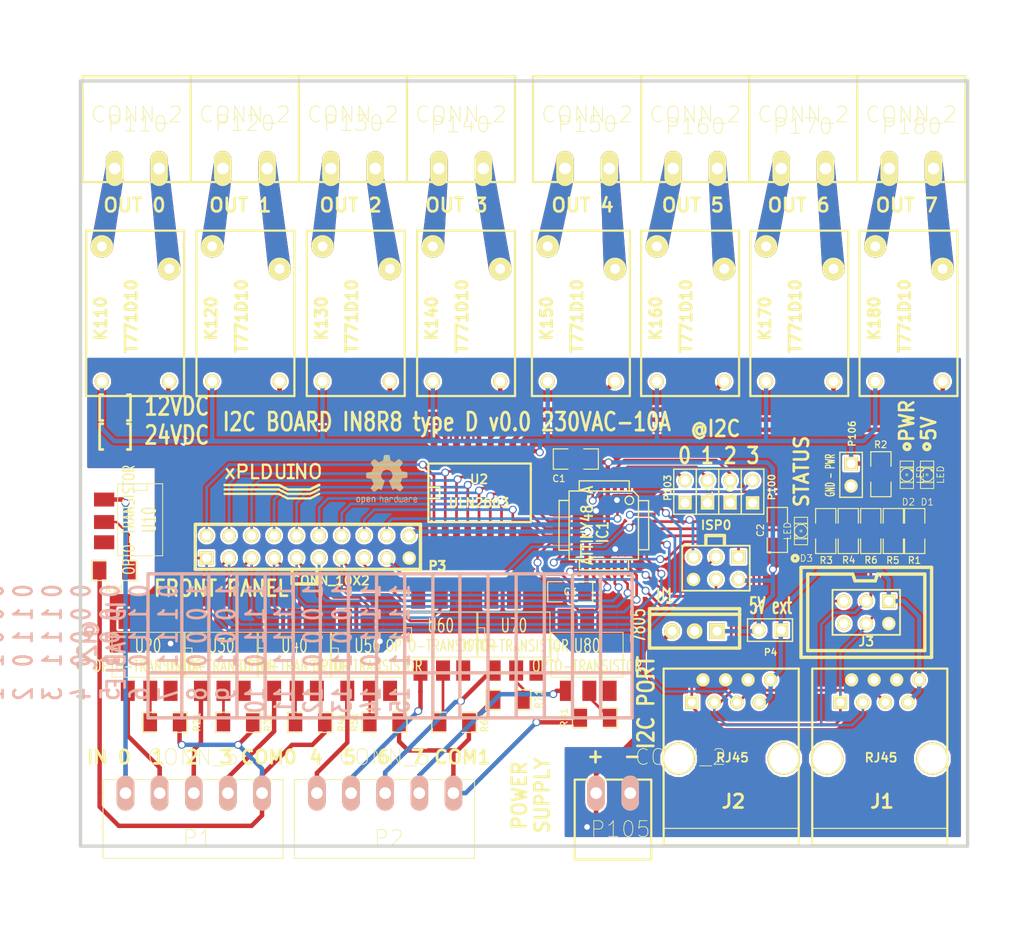
<source format=kicad_pcb>
(kicad_pcb (version 3) (host pcbnew "(2013-mar-13)-testing")
  (title_block (title "4in4out I2C board") (rev 0) (company "XPLDUINO project") (comment 1 "GNU GPL v2") (comment 2 "Domotic Open Source "))
  (layers (15 Dessus signal) (0 Dessous signal) (18 B.Paste user) (19 F.Paste user) (20 B.SilkS user hide) (21 F.SilkS user) (22 B.Mask user) (23 F.Mask user) (28 Edge.Cuts user))
  (net 0 "")
  (net 1 +12V)
  (net 2 +5V)
  (net 3 /230_110_1)
  (net 4 /230_110_2)
  (net 5 /230_120_1)
  (net 6 /230_120_2)
  (net 7 /230_130_1)
  (net 8 /230_130_2)
  (net 9 /230_140_1)
  (net 10 /230_140_2)
  (net 11 /230_150_1)
  (net 12 /230_150_2)
  (net 13 /230_160_1)
  (net 14 /230_160_2)
  (net 15 /230_170_1)
  (net 16 /230_170_2)
  (net 17 /230_180_1)
  (net 18 /230_180_2)
  (net 19 /INT)
  (net 20 5V_EXT)
  (net 21 A0)
  (net 22 A1)
  (net 23 A2)
  (net 24 A3)
  (net 25 CMD0)
  (net 26 CMD1)
  (net 27 CMD2)
  (net 28 CMD3)
  (net 29 CMD4)
  (net 30 CMD5)
  (net 31 CMD6)
  (net 32 CMD7)
  (net 33 COM0)
  (net 34 COM1)
  (net 35 GND)
  (net 36 IN0)
  (net 37 IN1)
  (net 38 IN2)
  (net 39 IN3)
  (net 40 IN4)
  (net 41 IN5)
  (net 42 IN6)
  (net 43 IN7)
  (net 44 LED)
  (net 45 MISO)
  (net 46 MOSI)
  (net 47 N-0000049)
  (net 48 N-0000050)
  (net 49 N-0000051)
  (net 50 N-0000052)
  (net 51 N-0000053)
  (net 52 N-0000054)
  (net 53 N-0000055)
  (net 54 N-0000056)
  (net 55 N-0000057)
  (net 56 N-0000058)
  (net 57 N-0000059)
  (net 58 N-0000060)
  (net 59 N-0000061)
  (net 60 N-0000062)
  (net 61 N-0000063)
  (net 62 N-0000074)
  (net 63 N-0000076)
  (net 64 N-0000077)
  (net 65 N-0000078)
  (net 66 N-0000082)
  (net 67 N-0000083)
  (net 68 N-0000084)
  (net 69 N-0000085)
  (net 70 N-0000086)
  (net 71 N-0000087)
  (net 72 N-0000088)
  (net 73 N-0000089)
  (net 74 N-0000091)
  (net 75 OUT0)
  (net 76 OUT1)
  (net 77 OUT2)
  (net 78 OUT3)
  (net 79 OUT4)
  (net 80 OUT5)
  (net 81 OUT6)
  (net 82 OUT7)
  (net 83 R0)
  (net 84 R1)
  (net 85 R2)
  (net 86 R3)
  (net 87 R4)
  (net 88 R5)
  (net 89 R6)
  (net 90 R7)
  (net 91 RESET)
  (net 92 SCK)
  (net 93 SCL)
  (net 94 SDA)
  (module T771D10 (layer Dessus) (at 234.315 105.029 90)
    (fp_text reference K150 (at 7.112 -0.127 90) (layer F.SilkS) (effects (font (size 1.27 1.27) (thickness 0.3175))))
    (fp_text value T771D10 (at 7.366 3.302 90) (layer F.SilkS) (effects (font (size 1.27 1.27) (thickness 0.3175))))
    (pad 1 thru_hole circle (at 0 0 90) (size 1.6002 1.6002) (drill 1.09982) (layers *.Cu *.Mask F.SilkS) (net 1 +12V))
    (pad 2 thru_hole circle (at 0 7.6 90) (size 1.6002 1.6002) (drill 1.09982) (layers *.Cu *.Mask F.SilkS) (net 87 R4))
    (pad 3 thru_hole circle (at 12.7 7.6 90) (size 2.54 2.54) (drill 1.09982) (layers *.Cu *.Mask F.SilkS) (net 11 /230_150_1))
    (pad 4 thru_hole circle (at 15.24 0 90) (size 2.54 2.54) (drill 1.09982) (layers *.Cu *.Mask F.SilkS) (net 12 /230_150_2))
  )
  (module T771D10 (layer Dessus) (at 246.634 105.029 90)
    (fp_text reference K160 (at 7.112 -0.127 90) (layer F.SilkS) (effects (font (size 1.27 1.27) (thickness 0.3175))))
    (fp_text value T771D10 (at 7.366 3.302 90) (layer F.SilkS) (effects (font (size 1.27 1.27) (thickness 0.3175))))
    (pad 1 thru_hole circle (at 0 0 90) (size 1.6002 1.6002) (drill 1.09982) (layers *.Cu *.Mask F.SilkS) (net 1 +12V))
    (pad 2 thru_hole circle (at 0 7.6 90) (size 1.6002 1.6002) (drill 1.09982) (layers *.Cu *.Mask F.SilkS) (net 88 R5))
    (pad 3 thru_hole circle (at 12.7 7.6 90) (size 2.54 2.54) (drill 1.09982) (layers *.Cu *.Mask F.SilkS) (net 13 /230_160_1))
    (pad 4 thru_hole circle (at 15.24 0 90) (size 2.54 2.54) (drill 1.09982) (layers *.Cu *.Mask F.SilkS) (net 14 /230_160_2))
  )
  (module T771D10 (layer Dessus) (at 258.953 105.029 90)
    (fp_text reference K170 (at 7.112 -0.127 90) (layer F.SilkS) (effects (font (size 1.27 1.27) (thickness 0.3175))))
    (fp_text value T771D10 (at 7.366 3.302 90) (layer F.SilkS) (effects (font (size 1.27 1.27) (thickness 0.3175))))
    (pad 1 thru_hole circle (at 0 0 90) (size 1.6002 1.6002) (drill 1.09982) (layers *.Cu *.Mask F.SilkS) (net 1 +12V))
    (pad 2 thru_hole circle (at 0 7.6 90) (size 1.6002 1.6002) (drill 1.09982) (layers *.Cu *.Mask F.SilkS) (net 89 R6))
    (pad 3 thru_hole circle (at 12.7 7.6 90) (size 2.54 2.54) (drill 1.09982) (layers *.Cu *.Mask F.SilkS) (net 15 /230_170_1))
    (pad 4 thru_hole circle (at 15.24 0 90) (size 2.54 2.54) (drill 1.09982) (layers *.Cu *.Mask F.SilkS) (net 16 /230_170_2))
  )
  (module T771D10 (layer Dessus) (at 271.272 105.029 90)
    (fp_text reference K180 (at 7.112 -0.127 90) (layer F.SilkS) (effects (font (size 1.27 1.27) (thickness 0.3175))))
    (fp_text value T771D10 (at 7.366 3.302 90) (layer F.SilkS) (effects (font (size 1.27 1.27) (thickness 0.3175))))
    (pad 1 thru_hole circle (at 0 0 90) (size 1.6002 1.6002) (drill 1.09982) (layers *.Cu *.Mask F.SilkS) (net 1 +12V))
    (pad 2 thru_hole circle (at 0 7.6 90) (size 1.6002 1.6002) (drill 1.09982) (layers *.Cu *.Mask F.SilkS) (net 90 R7))
    (pad 3 thru_hole circle (at 12.7 7.6 90) (size 2.54 2.54) (drill 1.09982) (layers *.Cu *.Mask F.SilkS) (net 17 /230_180_1))
    (pad 4 thru_hole circle (at 15.24 0 90) (size 2.54 2.54) (drill 1.09982) (layers *.Cu *.Mask F.SilkS) (net 18 /230_180_2))
  )
  (module MOL_CONN_2_H (layer Dessus) (at 275.336 81 180)
    (fp_text reference P180 (at -0.0508 4.7746 180) (layer F.SilkS) (effects (font (size 1.778 1.778) (thickness 0.0889))))
    (fp_text value CONN_2 (at 0 6.096 180) (layer F.SilkS) (effects (font (size 1.778 1.778) (thickness 0.0889))))
    (pad 1 thru_hole oval (at -2.5146 0 180) (size 1.9812 3.9624) (drill 1.3208) (layers *.Cu F.Paste F.SilkS F.Mask) (net 17 /230_180_1))
    (pad 2 thru_hole oval (at 2.4892 0 180) (size 1.9812 3.9624) (drill 1.3208) (layers *.Cu F.Paste F.SilkS F.Mask) (net 18 /230_180_2))
  )
  (module MOL_CONN_2_H (layer Dessus) (at 263.144 81 180)
    (fp_text reference P170 (at 0.0508 4.7746 180) (layer F.SilkS) (effects (font (size 1.778 1.778) (thickness 0.0889))))
    (fp_text value CONN_2 (at 0 6.096 180) (layer F.SilkS) (effects (font (size 1.778 1.778) (thickness 0.0889))))
    (pad 1 thru_hole oval (at -2.5146 0 180) (size 1.9812 3.9624) (drill 1.3208) (layers *.Cu F.Paste F.SilkS F.Mask) (net 15 /230_170_1))
    (pad 2 thru_hole oval (at 2.4892 0 180) (size 1.9812 3.9624) (drill 1.3208) (layers *.Cu F.Paste F.SilkS F.Mask) (net 16 /230_170_2))
  )
  (module MOL_CONN_2_H (layer Dessus) (at 250.952 81 180)
    (fp_text reference P160 (at 0 4.7746 180) (layer F.SilkS) (effects (font (size 1.778 1.778) (thickness 0.0889))))
    (fp_text value CONN_2 (at 0 6.096 180) (layer F.SilkS) (effects (font (size 1.778 1.778) (thickness 0.0889))))
    (pad 1 thru_hole oval (at -2.5146 0 180) (size 1.9812 3.9624) (drill 1.3208) (layers *.Cu F.Paste F.SilkS F.Mask) (net 13 /230_160_1))
    (pad 2 thru_hole oval (at 2.4892 0 180) (size 1.9812 3.9624) (drill 1.3208) (layers *.Cu F.Paste F.SilkS F.Mask) (net 14 /230_160_2))
  )
  (module MOL_CONN_2_H (layer Dessus) (at 238.76 81 180)
    (fp_text reference P150 (at -0.0254 5.0032 180) (layer F.SilkS) (effects (font (size 1.778 1.778) (thickness 0.0889))))
    (fp_text value CONN_2 (at 0 6.096 180) (layer F.SilkS) (effects (font (size 1.778 1.778) (thickness 0.0889))))
    (pad 1 thru_hole oval (at -2.5146 0 180) (size 1.9812 3.9624) (drill 1.3208) (layers *.Cu F.Paste F.SilkS F.Mask) (net 11 /230_150_1))
    (pad 2 thru_hole oval (at 2.4892 0 180) (size 1.9812 3.9624) (drill 1.3208) (layers *.Cu F.Paste F.SilkS F.Mask) (net 12 /230_150_2))
  )
  (module MOL_CONN_2_H (layer Dessus) (at 224.536 81 180)
    (fp_text reference P140 (at 0.0762 4.9524 180) (layer F.SilkS) (effects (font (size 1.778 1.778) (thickness 0.0889))))
    (fp_text value CONN_2 (at 0 6.096 180) (layer F.SilkS) (effects (font (size 1.778 1.778) (thickness 0.0889))))
    (pad 1 thru_hole oval (at -2.5146 0 180) (size 1.9812 3.9624) (drill 1.3208) (layers *.Cu F.Paste F.SilkS F.Mask) (net 9 /230_140_1))
    (pad 2 thru_hole oval (at 2.4892 0 180) (size 1.9812 3.9624) (drill 1.3208) (layers *.Cu F.Paste F.SilkS F.Mask) (net 10 /230_140_2))
  )
  (module MOL_CONN_2_H (layer Dessus) (at 212.344 81 180)
    (fp_text reference P130 (at -0.0508 5.1048 180) (layer F.SilkS) (effects (font (size 1.778 1.778) (thickness 0.0889))))
    (fp_text value CONN_2 (at 0 6.096 180) (layer F.SilkS) (effects (font (size 1.778 1.778) (thickness 0.0889))))
    (pad 1 thru_hole oval (at -2.5146 0 180) (size 1.9812 3.9624) (drill 1.3208) (layers *.Cu F.Paste F.SilkS F.Mask) (net 7 /230_130_1))
    (pad 2 thru_hole oval (at 2.4892 0 180) (size 1.9812 3.9624) (drill 1.3208) (layers *.Cu F.Paste F.SilkS F.Mask) (net 8 /230_130_2))
  )
  (module MOL_CONN_2_H (layer Dessus) (at 200.152 81 180)
    (fp_text reference P120 (at 0 5.1048 180) (layer F.SilkS) (effects (font (size 1.778 1.778) (thickness 0.0889))))
    (fp_text value CONN_2 (at 0 6.096 180) (layer F.SilkS) (effects (font (size 1.778 1.778) (thickness 0.0889))))
    (pad 1 thru_hole oval (at -2.5146 0 180) (size 1.9812 3.9624) (drill 1.3208) (layers *.Cu F.Paste F.SilkS F.Mask) (net 5 /230_120_1))
    (pad 2 thru_hole oval (at 2.4892 0 180) (size 1.9812 3.9624) (drill 1.3208) (layers *.Cu F.Paste F.SilkS F.Mask) (net 6 /230_120_2))
  )
  (module MOL_CONN_2_H (layer Dessus) (at 187.96 81 180)
    (fp_text reference P110 (at -0.0762 5.054 180) (layer F.SilkS) (effects (font (size 1.778 1.778) (thickness 0.0889))))
    (fp_text value CONN_2 (at 0 6.096 180) (layer F.SilkS) (effects (font (size 1.778 1.778) (thickness 0.0889))))
    (pad 1 thru_hole oval (at -2.5146 0 180) (size 1.9812 3.9624) (drill 1.3208) (layers *.Cu F.Paste F.SilkS F.Mask) (net 3 /230_110_1))
    (pad 2 thru_hole oval (at 2.4892 0 180) (size 1.9812 3.9624) (drill 1.3208) (layers *.Cu F.Paste F.SilkS F.Mask) (net 4 /230_110_2))
  )
  (module T771D10 (layer Dessus) (at 221.361 105.029 90)
    (fp_text reference K140 (at 7.112 -0.127 90) (layer F.SilkS) (effects (font (size 1.27 1.27) (thickness 0.3175))))
    (fp_text value T771D10 (at 7.366 3.302 90) (layer F.SilkS) (effects (font (size 1.27 1.27) (thickness 0.3175))))
    (pad 1 thru_hole circle (at 0 0 90) (size 1.6002 1.6002) (drill 1.09982) (layers *.Cu *.Mask F.SilkS) (net 1 +12V))
    (pad 2 thru_hole circle (at 0 7.6 90) (size 1.6002 1.6002) (drill 1.09982) (layers *.Cu *.Mask F.SilkS) (net 86 R3))
    (pad 3 thru_hole circle (at 12.7 7.6 90) (size 2.54 2.54) (drill 1.09982) (layers *.Cu *.Mask F.SilkS) (net 9 /230_140_1))
    (pad 4 thru_hole circle (at 15.24 0 90) (size 2.54 2.54) (drill 1.09982) (layers *.Cu *.Mask F.SilkS) (net 10 /230_140_2))
  )
  (module T771D10 (layer Dessus) (at 208.915 105.029 90)
    (fp_text reference K130 (at 7.112 -0.127 90) (layer F.SilkS) (effects (font (size 1.27 1.27) (thickness 0.3175))))
    (fp_text value T771D10 (at 7.366 3.302 90) (layer F.SilkS) (effects (font (size 1.27 1.27) (thickness 0.3175))))
    (pad 1 thru_hole circle (at 0 0 90) (size 1.6002 1.6002) (drill 1.09982) (layers *.Cu *.Mask F.SilkS) (net 1 +12V))
    (pad 2 thru_hole circle (at 0 7.6 90) (size 1.6002 1.6002) (drill 1.09982) (layers *.Cu *.Mask F.SilkS) (net 85 R2))
    (pad 3 thru_hole circle (at 12.7 7.6 90) (size 2.54 2.54) (drill 1.09982) (layers *.Cu *.Mask F.SilkS) (net 7 /230_130_1))
    (pad 4 thru_hole circle (at 15.24 0 90) (size 2.54 2.54) (drill 1.09982) (layers *.Cu *.Mask F.SilkS) (net 8 /230_130_2))
  )
  (module T771D10 (layer Dessus) (at 196.469 105.029 90)
    (fp_text reference K120 (at 7.112 -0.127 90) (layer F.SilkS) (effects (font (size 1.27 1.27) (thickness 0.3175))))
    (fp_text value T771D10 (at 7.366 3.302 90) (layer F.SilkS) (effects (font (size 1.27 1.27) (thickness 0.3175))))
    (pad 1 thru_hole circle (at 0 0 90) (size 1.6002 1.6002) (drill 1.09982) (layers *.Cu *.Mask F.SilkS) (net 1 +12V))
    (pad 2 thru_hole circle (at 0 7.6 90) (size 1.6002 1.6002) (drill 1.09982) (layers *.Cu *.Mask F.SilkS) (net 84 R1))
    (pad 3 thru_hole circle (at 12.7 7.6 90) (size 2.54 2.54) (drill 1.09982) (layers *.Cu *.Mask F.SilkS) (net 5 /230_120_1))
    (pad 4 thru_hole circle (at 15.24 0 90) (size 2.54 2.54) (drill 1.09982) (layers *.Cu *.Mask F.SilkS) (net 6 /230_120_2))
  )
  (module T771D10 (layer Dessus) (at 184.023 105.029 90)
    (fp_text reference K110 (at 7.112 -0.127 90) (layer F.SilkS) (effects (font (size 1.27 1.27) (thickness 0.3175))))
    (fp_text value T771D10 (at 7.366 3.302 90) (layer F.SilkS) (effects (font (size 1.27 1.27) (thickness 0.3175))))
    (pad 1 thru_hole circle (at 0 0 90) (size 1.6002 1.6002) (drill 1.09982) (layers *.Cu *.Mask F.SilkS) (net 1 +12V))
    (pad 2 thru_hole circle (at 0 7.6 90) (size 1.6002 1.6002) (drill 1.09982) (layers *.Cu *.Mask F.SilkS) (net 83 R0))
    (pad 3 thru_hole circle (at 12.7 7.6 90) (size 2.54 2.54) (drill 1.09982) (layers *.Cu *.Mask F.SilkS) (net 3 /230_110_1))
    (pad 4 thru_hole circle (at 15.24 0 90) (size 2.54 2.54) (drill 1.09982) (layers *.Cu *.Mask F.SilkS) (net 4 /230_110_2))
  )
  (module SM1206 (layer Dessus) (at 236.855 128.778 180)
    (fp_text reference C3 (at 0 0 180) (layer F.SilkS) (effects (font (size 0.762 0.762) (thickness 0.127))))
    (fp_text value 4.7uF hide)
    (pad 1 smd rect (at -1.651 0 180) (size 1.524 2.032) (layers Dessus F.Paste F.Mask) (net 2 +5V))
    (pad 2 smd rect (at 1.651 0 180) (size 1.524 2.032) (layers Dessus F.Paste F.Mask) (net 35 GND))
  )
  (module MOL_CONN_2_MINI (layer Dessus) (at 241.681 151.5)
    (fp_text reference P105 (at 0.8382 4.075) (layer F.SilkS) (effects (font (size 1.778 1.778) (thickness 0.0889))))
    (fp_text value CONN_2 (at 7.62 -4.064) (layer F.SilkS) (effects (font (size 1.778 1.778) (thickness 0.0889))))
    (pad 1 thru_hole oval (at -1.905 0) (size 1.9812 3.9624) (drill 1.3208) (layers *.Cu *.SilkS *.Mask F.Paste) (net 1 +12V))
    (pad 2 thru_hole oval (at 1.945 0) (size 1.9812 3.9624) (drill 1.3208) (layers *.Cu *.SilkS *.Mask F.Paste) (net 35 GND))
  )
  (module SM1206 (layer Dessus) (at 270.764 121.92 270)
    (fp_text reference R6 (at 3.2766 -0.0254 360) (layer F.SilkS) (effects (font (size 0.762 0.762) (thickness 0.127))))
    (fp_text value 10KR hide)
    (pad 1 smd rect (at -1.651 0 270) (size 1.524 2.032) (layers Dessus F.Paste F.Mask) (net 2 +5V))
    (pad 2 smd rect (at 1.651 0 270) (size 1.524 2.032) (layers Dessus F.Paste F.Mask) (net 93 SCL))
  )
  (module SM1206 (layer Dessus) (at 273.304 121.92 270)
    (fp_text reference R5 (at 3.302 0.0508 360) (layer F.SilkS) (effects (font (size 0.762 0.762) (thickness 0.127))))
    (fp_text value 10KR hide)
    (pad 1 smd rect (at -1.651 0 270) (size 1.524 2.032) (layers Dessus F.Paste F.Mask) (net 2 +5V))
    (pad 2 smd rect (at 1.651 0 270) (size 1.524 2.032) (layers Dessus F.Paste F.Mask) (net 94 SDA))
  )
  (module TO220_7805_VERT (layer Dessus) (at 250.8885 133.223 90)
    (fp_text reference U1 (at 3.9878 -3.3401 180) (layer F.SilkS) (effects (font (size 1.524 1.016) (thickness 0.2032))))
    (fp_text value 7805 (at 0.635 -6.35 90) (layer F.SilkS) (effects (font (size 1.524 1.016) (thickness 0.2032))))
    (pad VI thru_hole circle (at 0 -2.54 90) (size 1.778 1.778) (drill 1.016) (layers *.Cu *.Mask F.SilkS) (net 1 +12V))
    (pad GND thru_hole circle (at 0 0 90) (size 1.778 1.778) (drill 1.016) (layers *.Cu *.Mask F.SilkS) (net 35 GND))
    (pad VO thru_hole rect (at 0 2.54 90) (size 1.778 1.778) (drill 1.016) (layers *.Cu *.Mask F.SilkS) (net 2 +5V))
  )
  (module SM1206 (layer Dessus) (at 185.42 126.365 180)
    (fp_text reference R11 (at -0.0508 -2.0828 180) (layer F.SilkS) (effects (font (size 0.762 0.762) (thickness 0.127))))
    (fp_text value 2KR hide)
    (pad 1 smd rect (at -1.651 0 180) (size 1.524 2.032) (layers Dessus F.Paste F.Mask) (net 63 N-0000076))
    (pad 2 smd rect (at 1.651 0 180) (size 1.524 2.032) (layers Dessus F.Paste F.Mask) (net 33 COM0))
  )
  (module CMS-6 (layer Dessus) (at 188.341 120.65 270)
    (fp_text reference U10 (at 0 -1.016 270) (layer F.SilkS) (effects (font (size 1.524 1.016) (thickness 0.1524))))
    (fp_text value OPTO-TRANSISTOR (at 0 1.27 270) (layer F.SilkS) (effects (font (size 1.27 0.889) (thickness 0.1524))))
    (pad 1 smd rect (at -2.286 4.064 270) (size 1.5748 2.286) (layers Dessus F.Paste F.Mask) (net 36 IN0))
    (pad 2 smd rect (at 0.254 4.064 270) (size 1.5748 2.286) (layers Dessus F.Paste F.Mask) (net 63 N-0000076))
    (pad 3 smd rect (at 2.54 4.064 270) (size 1.5748 2.286) (layers Dessus F.Paste F.Mask) (net 64 N-0000077))
    (pad 4 smd rect (at 2.54 -4.064 270) (size 1.5748 2.286) (layers Dessus F.Paste F.Mask) (net 35 GND))
    (pad 5 smd rect (at 0 -4.064 270) (size 1.5748 2.286) (layers Dessus F.Paste F.Mask) (net 25 CMD0))
    (pad 6 smd rect (at -2.54 -4.064 270) (size 1.5748 2.286) (layers Dessus F.Paste F.Mask) (net 65 N-0000078))
  )
  (module pin_array_3x2 (layer Dessus) (at 253.3015 126.111 180)
    (fp_text reference ISP0 (at -0.0127 4.8514 180) (layer F.SilkS) (effects (font (size 1.016 1.016) (thickness 0.2032))))
    (fp_text value CONN_3X2 hide)
    (pad 1 thru_hole rect (at -2.54 1.27 180) (size 1.524 1.524) (drill 1.016) (layers *.Cu *.Mask F.SilkS) (net 45 MISO))
    (pad 2 thru_hole circle (at -2.54 -1.27 180) (size 1.524 1.524) (drill 1.016) (layers *.Cu *.Mask F.SilkS) (net 2 +5V))
    (pad 3 thru_hole circle (at 0 1.27 180) (size 1.524 1.524) (drill 1.016) (layers *.Cu *.Mask F.SilkS) (net 92 SCK))
    (pad 4 thru_hole circle (at 0 -1.27 180) (size 1.524 1.524) (drill 1.016) (layers *.Cu *.Mask F.SilkS) (net 46 MOSI))
    (pad 5 thru_hole circle (at 2.54 1.27 180) (size 1.524 1.524) (drill 1.016) (layers *.Cu *.Mask F.SilkS) (net 91 RESET))
    (pad 6 thru_hole circle (at 2.54 -1.27 180) (size 1.524 1.524) (drill 1.016) (layers *.Cu *.Mask F.SilkS) (net 35 GND))
  )
  (module SM1206 (layer Dessus) (at 229.87 140.97 180)
    (fp_text reference R71 (at -3.429 0.0762 270) (layer F.SilkS) (effects (font (size 0.762 0.762) (thickness 0.127))))
    (fp_text value 2KR hide)
    (pad 1 smd rect (at -1.651 0 180) (size 1.524 2.032) (layers Dessus F.Paste F.Mask) (net 49 N-0000051))
    (pad 2 smd rect (at 1.651 0 180) (size 1.524 2.032) (layers Dessus F.Paste F.Mask) (net 34 COM1))
  )
  (module SM1206 (layer Dessus) (at 223.774 143.51)
    (fp_text reference R61 (at 3.429 0.0254 90) (layer F.SilkS) (effects (font (size 0.762 0.762) (thickness 0.127))))
    (fp_text value 2KR hide)
    (pad 1 smd rect (at -1.651 0) (size 1.524 2.032) (layers Dessus F.Paste F.Mask) (net 48 N-0000050))
    (pad 2 smd rect (at 1.651 0) (size 1.524 2.032) (layers Dessus F.Paste F.Mask) (net 34 COM1))
  )
  (module SM1206 (layer Dessus) (at 239.649 143.002 180)
    (fp_text reference R81 (at 3.4798 0.0254 270) (layer F.SilkS) (effects (font (size 0.762 0.762) (thickness 0.127))))
    (fp_text value 2KR hide)
    (pad 1 smd rect (at -1.651 0 180) (size 1.524 2.032) (layers Dessus F.Paste F.Mask) (net 52 N-0000054))
    (pad 2 smd rect (at 1.651 0 180) (size 1.524 2.032) (layers Dessus F.Paste F.Mask) (net 34 COM1))
  )
  (module SM1206 (layer Dessus) (at 207.518 143.51)
    (fp_text reference R41 (at 3.556 -0.0254 90) (layer F.SilkS) (effects (font (size 0.762 0.762) (thickness 0.127))))
    (fp_text value 2KR hide)
    (pad 1 smd rect (at -1.651 0) (size 1.524 2.032) (layers Dessus F.Paste F.Mask) (net 56 N-0000058))
    (pad 2 smd rect (at 1.651 0) (size 1.524 2.032) (layers Dessus F.Paste F.Mask) (net 33 COM0))
  )
  (module SM1206 (layer Dessus) (at 191.135 143.51)
    (fp_text reference R21 (at 3.6068 -0.0254 90) (layer F.SilkS) (effects (font (size 0.762 0.762) (thickness 0.127))))
    (fp_text value 2KR hide)
    (pad 1 smd rect (at -1.651 0) (size 1.524 2.032) (layers Dessus F.Paste F.Mask) (net 66 N-0000082))
    (pad 2 smd rect (at 1.651 0) (size 1.524 2.032) (layers Dessus F.Paste F.Mask) (net 33 COM0))
  )
  (module SM1206 (layer Dessus) (at 275.717 121.92 90)
    (fp_text reference R1 (at -3.302 -0.0254 180) (layer F.SilkS) (effects (font (size 0.762 0.762) (thickness 0.127))))
    (fp_text value 2KR hide)
    (pad 1 smd rect (at -1.651 0 90) (size 1.524 2.032) (layers Dessus F.Paste F.Mask) (net 2 +5V))
    (pad 2 smd rect (at 1.651 0 90) (size 1.524 2.032) (layers Dessus F.Paste F.Mask) (net 73 N-0000089))
  )
  (module SM1206 (layer Dessus) (at 199.39 143.51)
    (fp_text reference R31 (at 3.3782 -0.0508 90) (layer F.SilkS) (effects (font (size 0.762 0.762) (thickness 0.127))))
    (fp_text value 2KR hide)
    (pad 1 smd rect (at -1.651 0) (size 1.524 2.032) (layers Dessus F.Paste F.Mask) (net 69 N-0000085))
    (pad 2 smd rect (at 1.651 0) (size 1.524 2.032) (layers Dessus F.Paste F.Mask) (net 33 COM0))
  )
  (module SM1206 (layer Dessus) (at 271.907 115.5065 270)
    (fp_text reference R2 (at -3.3401 0.0254 360) (layer F.SilkS) (effects (font (size 0.762 0.762) (thickness 0.127))))
    (fp_text value 4.7KR hide)
    (pad 1 smd rect (at -1.651 0 270) (size 1.524 2.032) (layers Dessus F.Paste F.Mask) (net 1 +12V))
    (pad 2 smd rect (at 1.651 0 270) (size 1.524 2.032) (layers Dessus F.Paste F.Mask) (net 72 N-0000088))
  )
  (module SM1206 (layer Dessus) (at 237.49 113.792 180)
    (fp_text reference C1 (at 1.905 -2.2098 180) (layer F.SilkS) (effects (font (size 0.762 0.762) (thickness 0.127))))
    (fp_text value 0.1uF hide)
    (pad 1 smd rect (at -1.651 0 180) (size 1.524 2.032) (layers Dessus F.Paste F.Mask) (net 2 +5V))
    (pad 2 smd rect (at 1.651 0 180) (size 1.524 2.032) (layers Dessus F.Paste F.Mask) (net 35 GND))
  )
  (module SM1206 (layer Dessus) (at 260.223 121.793 90)
    (fp_text reference C2 (at -0.0508 -1.905 90) (layer F.SilkS) (effects (font (size 0.762 0.762) (thickness 0.127))))
    (fp_text value 0.1uF hide)
    (pad 1 smd rect (at -1.651 0 90) (size 1.524 2.032) (layers Dessus F.Paste F.Mask) (net 2 +5V))
    (pad 2 smd rect (at 1.651 0 90) (size 1.524 2.032) (layers Dessus F.Paste F.Mask) (net 35 GND))
  )
  (module SM1206 (layer Dessus) (at 265.684 121.92 90)
    (fp_text reference R3 (at -3.302 0.0508 180) (layer F.SilkS) (effects (font (size 0.762 0.762) (thickness 0.127))))
    (fp_text value 2KR hide)
    (pad 1 smd rect (at -1.651 0 90) (size 1.524 2.032) (layers Dessus F.Paste F.Mask) (net 62 N-0000074))
    (pad 2 smd rect (at 1.651 0 90) (size 1.524 2.032) (layers Dessus F.Paste F.Mask) (net 35 GND))
  )
  (module SM1206 (layer Dessus) (at 268.224 121.92 90)
    (fp_text reference R4 (at -3.2766 0.0508 180) (layer F.SilkS) (effects (font (size 0.762 0.762) (thickness 0.127))))
    (fp_text value 10KR hide)
    (pad 1 smd rect (at -1.651 0 90) (size 1.524 2.032) (layers Dessus F.Paste F.Mask) (net 2 +5V))
    (pad 2 smd rect (at 1.651 0 90) (size 1.524 2.032) (layers Dessus F.Paste F.Mask) (net 91 RESET))
  )
  (module SM1206 (layer Dessus) (at 215.9 143.51)
    (fp_text reference R51 (at -3.4036 -0.0254 90) (layer F.SilkS) (effects (font (size 0.762 0.762) (thickness 0.127))))
    (fp_text value 2KR hide)
    (pad 1 smd rect (at -1.651 0) (size 1.524 2.032) (layers Dessus F.Paste F.Mask) (net 55 N-0000057))
    (pad 2 smd rect (at 1.651 0) (size 1.524 2.032) (layers Dessus F.Paste F.Mask) (net 34 COM1))
  )
  (module PIN_ARRAY_2X1 (layer Dessus) (at 252.349 117.475 90)
    (fp_text reference P102 (at 0.0508 0.1778 90) (layer F.SilkS) (effects (font (size 0.762 0.762) (thickness 0.1524))))
    (fp_text value CONN_2 hide)
    (pad 1 thru_hole rect (at -1.27 0 90) (size 1.524 1.524) (drill 1.016) (layers *.Cu *.Mask F.SilkS) (net 35 GND))
    (pad 2 thru_hole circle (at 1.27 0 90) (size 1.524 1.524) (drill 1.016) (layers *.Cu *.Mask F.SilkS) (net 22 A1))
  )
  (module PIN_ARRAY_2X1 (layer Dessus) (at 268.5415 115.57 270)
    (fp_text reference P106 (at -4.6482 -0.1143 270) (layer F.SilkS) (effects (font (size 0.762 0.762) (thickness 0.1524))))
    (fp_text value CONN_2 hide)
    (pad 1 thru_hole rect (at -1.27 0 270) (size 1.524 1.524) (drill 1.016) (layers *.Cu *.Mask F.SilkS) (net 1 +12V))
    (pad 2 thru_hole circle (at 1.27 0 270) (size 1.524 1.524) (drill 1.016) (layers *.Cu *.Mask F.SilkS) (net 35 GND))
  )
  (module PIN_ARRAY_2X1 (layer Dessus) (at 249.809 117.475 90)
    (fp_text reference P103 (at 0.4318 -1.9558 90) (layer F.SilkS) (effects (font (size 0.762 0.762) (thickness 0.1524))))
    (fp_text value CONN_2 hide)
    (pad 1 thru_hole rect (at -1.27 0 90) (size 1.524 1.524) (drill 1.016) (layers *.Cu *.Mask F.SilkS) (net 35 GND))
    (pad 2 thru_hole circle (at 1.27 0 90) (size 1.524 1.524) (drill 1.016) (layers *.Cu *.Mask F.SilkS) (net 21 A0))
  )
  (module PIN_ARRAY_2X1 (layer Dessus) (at 254.889 117.475 90)
    (fp_text reference P101 (at -0.0762 0.0508 90) (layer F.SilkS) (effects (font (size 0.762 0.762) (thickness 0.1524))))
    (fp_text value CONN_2 hide)
    (pad 1 thru_hole rect (at -1.27 0 90) (size 1.524 1.524) (drill 1.016) (layers *.Cu *.Mask F.SilkS) (net 35 GND))
    (pad 2 thru_hole circle (at 1.27 0 90) (size 1.524 1.524) (drill 1.016) (layers *.Cu *.Mask F.SilkS) (net 23 A2))
  )
  (module PIN_ARRAY_2X1 (layer Dessus) (at 257.429 117.475 90)
    (fp_text reference P100 (at 0.508 2.159 90) (layer F.SilkS) (effects (font (size 0.762 0.762) (thickness 0.1524))))
    (fp_text value CONN_2 hide)
    (pad 1 thru_hole rect (at -1.27 0 90) (size 1.524 1.524) (drill 1.016) (layers *.Cu *.Mask F.SilkS) (net 35 GND))
    (pad 2 thru_hole circle (at 1.27 0 90) (size 1.524 1.524) (drill 1.016) (layers *.Cu *.Mask F.SilkS) (net 24 A3))
  )
  (module LED-1206 (layer Dessus) (at 262.89 121.92 270)
    (fp_text reference D3 (at 3.0734 -0.6096 360) (layer F.SilkS) (effects (font (size 0.762 0.762) (thickness 0.0889))))
    (fp_text value LED (at 0 1.524 270) (layer F.SilkS) (effects (font (size 0.762 0.762) (thickness 0.0889))))
    (pad 1 smd rect (at -1.41986 0 270) (size 1.59766 1.80086) (layers Dessus F.Paste F.Mask) (net 44 LED))
    (pad 2 smd rect (at 1.41986 0 270) (size 1.59766 1.80086) (layers Dessus F.Paste F.Mask) (net 62 N-0000074))
  )
  (module LED-1206 (layer Dessus) (at 274.828 115.57 90)
    (fp_text reference D2 (at -3.0734 0.1778 180) (layer F.SilkS) (effects (font (size 0.762 0.762) (thickness 0.0889))))
    (fp_text value LED (at 0 1.524 90) (layer F.SilkS) (effects (font (size 0.762 0.762) (thickness 0.0889))))
    (pad 1 smd rect (at -1.41986 0 90) (size 1.59766 1.80086) (layers Dessus F.Paste F.Mask) (net 72 N-0000088))
    (pad 2 smd rect (at 1.41986 0 90) (size 1.59766 1.80086) (layers Dessus F.Paste F.Mask) (net 35 GND))
  )
  (module LED-1206 (layer Dessus) (at 277.114 115.57 90)
    (fp_text reference D1 (at -3.0734 0.0254 180) (layer F.SilkS) (effects (font (size 0.762 0.762) (thickness 0.0889))))
    (fp_text value LED (at 0 1.524 90) (layer F.SilkS) (effects (font (size 0.762 0.762) (thickness 0.0889))))
    (pad 1 smd rect (at -1.41986 0 90) (size 1.59766 1.80086) (layers Dessus F.Paste F.Mask) (net 73 N-0000089))
    (pad 2 smd rect (at 1.41986 0 90) (size 1.59766 1.80086) (layers Dessus F.Paste F.Mask) (net 35 GND))
  )
  (module HE10-6 (layer Dessus) (at 270.256 131.096 180)
    (fp_text reference J3 (at 0 -3.302 180) (layer F.SilkS) (effects (font (size 1.016 1.016) (thickness 0.2032))))
    (fp_text value CONN_6 hide)
    (pad 1 thru_hole rect (at -2.54 1.27 180) (size 1.524 1.524) (drill 1.016) (layers *.Cu *.Mask F.SilkS) (net 20 5V_EXT))
    (pad 2 thru_hole circle (at -2.54 -1.27 180) (size 1.524 1.524) (drill 1.016) (layers *.Cu *.Mask F.SilkS) (net 35 GND))
    (pad 3 thru_hole circle (at 0 1.27 180) (size 1.524 1.524) (drill 1.016) (layers *.Cu *.Mask F.SilkS) (net 93 SCL))
    (pad 4 thru_hole circle (at 0 -1.27 180) (size 1.524 1.524) (drill 1.016) (layers *.Cu *.Mask F.SilkS) (net 94 SDA))
    (pad 5 thru_hole circle (at 2.54 1.27 180) (size 1.524 1.524) (drill 1.016) (layers *.Cu *.Mask F.SilkS) (net 19 /INT))
    (pad 6 thru_hole circle (at 2.54 -1.27 180) (size 1.524 1.524) (drill 1.016) (layers *.Cu *.Mask F.SilkS) (net 74 N-0000091))
  )
  (module MOL_CONN_5_MINI (layer Dessus) (at 186.69 151.5)
    (fp_text reference P1 (at 8.128 5.08) (layer F.SilkS) (effects (font (size 1.778 1.778) (thickness 0.0889))))
    (fp_text value CONN_5 (at 7.62 -4.064) (layer F.SilkS) (effects (font (size 1.778 1.778) (thickness 0.0889))))
    (pad 1 thru_hole oval (at 0 0) (size 1.9812 3.9624) (drill 1.3208) (layers *.Cu *.SilkS *.Mask F.Paste) (net 36 IN0))
    (pad 2 thru_hole oval (at 3.85 0) (size 1.9812 3.9624) (drill 1.3208) (layers *.Cu *.SilkS *.Mask F.Paste) (net 37 IN1))
    (pad 3 thru_hole oval (at 7.7 0) (size 1.9812 3.9624) (drill 1.3208) (layers *.Cu *.SilkS *.Mask F.Paste) (net 38 IN2))
    (pad 4 thru_hole oval (at 11.55 0) (size 1.9812 3.9624) (drill 1.3208) (layers *.Cu *.SilkS *.Mask F.Paste) (net 39 IN3))
    (pad 5 thru_hole oval (at 15.4 0) (size 1.9812 3.9624) (drill 1.3208) (layers *.Cu *.SilkS *.Mask F.Paste) (net 33 COM0))
  )
  (module MOL_CONN_5_MINI (layer Dessus) (at 208.28 151.5)
    (fp_text reference P2 (at 8.128 5.08) (layer F.SilkS) (effects (font (size 1.778 1.778) (thickness 0.0889))))
    (fp_text value CONN_5 (at 7.62 -4.064) (layer F.SilkS) (effects (font (size 1.778 1.778) (thickness 0.0889))))
    (pad 1 thru_hole oval (at 0 0) (size 1.9812 3.9624) (drill 1.3208) (layers *.Cu *.SilkS *.Mask F.Paste) (net 40 IN4))
    (pad 2 thru_hole oval (at 3.85 0) (size 1.9812 3.9624) (drill 1.3208) (layers *.Cu *.SilkS *.Mask F.Paste) (net 41 IN5))
    (pad 3 thru_hole oval (at 7.7 0) (size 1.9812 3.9624) (drill 1.3208) (layers *.Cu *.SilkS *.Mask F.Paste) (net 42 IN6))
    (pad 4 thru_hole oval (at 11.55 0) (size 1.9812 3.9624) (drill 1.3208) (layers *.Cu *.SilkS *.Mask F.Paste) (net 43 IN7))
    (pad 5 thru_hole oval (at 15.4 0) (size 1.9812 3.9624) (drill 1.3208) (layers *.Cu *.SilkS *.Mask F.Paste) (net 34 COM1))
  )
  (module CMS-6 (layer Dessus) (at 189.23 135.89)
    (fp_text reference U20 (at 0 -1.016) (layer F.SilkS) (effects (font (size 1.524 1.016) (thickness 0.1524))))
    (fp_text value OPTO-TRANSISTOR (at 0 1.27) (layer F.SilkS) (effects (font (size 1.27 0.889) (thickness 0.1524))))
    (pad 1 smd rect (at -2.286 4.064) (size 1.5748 2.286) (layers Dessus F.Paste F.Mask) (net 37 IN1))
    (pad 2 smd rect (at 0.254 4.064) (size 1.5748 2.286) (layers Dessus F.Paste F.Mask) (net 66 N-0000082))
    (pad 3 smd rect (at 2.54 4.064) (size 1.5748 2.286) (layers Dessus F.Paste F.Mask) (net 67 N-0000083))
    (pad 4 smd rect (at 2.54 -4.064) (size 1.5748 2.286) (layers Dessus F.Paste F.Mask) (net 35 GND))
    (pad 5 smd rect (at 0 -4.064) (size 1.5748 2.286) (layers Dessus F.Paste F.Mask) (net 26 CMD1))
    (pad 6 smd rect (at -2.54 -4.064) (size 1.5748 2.286) (layers Dessus F.Paste F.Mask) (net 68 N-0000084))
  )
  (module CMS-6 (layer Dessus) (at 197.485 135.89)
    (fp_text reference U30 (at 0 -1.016) (layer F.SilkS) (effects (font (size 1.524 1.016) (thickness 0.1524))))
    (fp_text value OPTO-TRANSISTOR (at 0 1.27) (layer F.SilkS) (effects (font (size 1.27 0.889) (thickness 0.1524))))
    (pad 1 smd rect (at -2.286 4.064) (size 1.5748 2.286) (layers Dessus F.Paste F.Mask) (net 38 IN2))
    (pad 2 smd rect (at 0.254 4.064) (size 1.5748 2.286) (layers Dessus F.Paste F.Mask) (net 69 N-0000085))
    (pad 3 smd rect (at 2.54 4.064) (size 1.5748 2.286) (layers Dessus F.Paste F.Mask) (net 70 N-0000086))
    (pad 4 smd rect (at 2.54 -4.064) (size 1.5748 2.286) (layers Dessus F.Paste F.Mask) (net 35 GND))
    (pad 5 smd rect (at 0 -4.064) (size 1.5748 2.286) (layers Dessus F.Paste F.Mask) (net 27 CMD2))
    (pad 6 smd rect (at -2.54 -4.064) (size 1.5748 2.286) (layers Dessus F.Paste F.Mask) (net 71 N-0000087))
  )
  (module CMS-6 (layer Dessus) (at 205.74 135.89)
    (fp_text reference U40 (at 0 -1.016) (layer F.SilkS) (effects (font (size 1.524 1.016) (thickness 0.1524))))
    (fp_text value OPTO-TRANSISTOR (at 0 1.27) (layer F.SilkS) (effects (font (size 1.27 0.889) (thickness 0.1524))))
    (pad 1 smd rect (at -2.286 4.064) (size 1.5748 2.286) (layers Dessus F.Paste F.Mask) (net 39 IN3))
    (pad 2 smd rect (at 0.254 4.064) (size 1.5748 2.286) (layers Dessus F.Paste F.Mask) (net 56 N-0000058))
    (pad 3 smd rect (at 2.54 4.064) (size 1.5748 2.286) (layers Dessus F.Paste F.Mask) (net 57 N-0000059))
    (pad 4 smd rect (at 2.54 -4.064) (size 1.5748 2.286) (layers Dessus F.Paste F.Mask) (net 35 GND))
    (pad 5 smd rect (at 0 -4.064) (size 1.5748 2.286) (layers Dessus F.Paste F.Mask) (net 28 CMD3))
    (pad 6 smd rect (at -2.54 -4.064) (size 1.5748 2.286) (layers Dessus F.Paste F.Mask) (net 58 N-0000060))
  )
  (module CMS-6 (layer Dessus) (at 213.995 135.89)
    (fp_text reference U50 (at 0 -1.016) (layer F.SilkS) (effects (font (size 1.524 1.016) (thickness 0.1524))))
    (fp_text value OPTO-TRANSISTOR (at 0 1.27) (layer F.SilkS) (effects (font (size 1.27 0.889) (thickness 0.1524))))
    (pad 1 smd rect (at -2.286 4.064) (size 1.5748 2.286) (layers Dessus F.Paste F.Mask) (net 40 IN4))
    (pad 2 smd rect (at 0.254 4.064) (size 1.5748 2.286) (layers Dessus F.Paste F.Mask) (net 55 N-0000057))
    (pad 3 smd rect (at 2.54 4.064) (size 1.5748 2.286) (layers Dessus F.Paste F.Mask) (net 59 N-0000061))
    (pad 4 smd rect (at 2.54 -4.064) (size 1.5748 2.286) (layers Dessus F.Paste F.Mask) (net 35 GND))
    (pad 5 smd rect (at 0 -4.064) (size 1.5748 2.286) (layers Dessus F.Paste F.Mask) (net 29 CMD4))
    (pad 6 smd rect (at -2.54 -4.064) (size 1.5748 2.286) (layers Dessus F.Paste F.Mask) (net 60 N-0000062))
  )
  (module CMS-6 (layer Dessus) (at 222.25 133.604)
    (fp_text reference U60 (at 0 -1.016) (layer F.SilkS) (effects (font (size 1.524 1.016) (thickness 0.1524))))
    (fp_text value OPTO-TRANSISTOR (at 0 1.27) (layer F.SilkS) (effects (font (size 1.27 0.889) (thickness 0.1524))))
    (pad 1 smd rect (at -2.286 4.064) (size 1.5748 2.286) (layers Dessus F.Paste F.Mask) (net 41 IN5))
    (pad 2 smd rect (at 0.254 4.064) (size 1.5748 2.286) (layers Dessus F.Paste F.Mask) (net 48 N-0000050))
    (pad 3 smd rect (at 2.54 4.064) (size 1.5748 2.286) (layers Dessus F.Paste F.Mask) (net 61 N-0000063))
    (pad 4 smd rect (at 2.54 -4.064) (size 1.5748 2.286) (layers Dessus F.Paste F.Mask) (net 35 GND))
    (pad 5 smd rect (at 0 -4.064) (size 1.5748 2.286) (layers Dessus F.Paste F.Mask) (net 30 CMD5))
    (pad 6 smd rect (at -2.54 -4.064) (size 1.5748 2.286) (layers Dessus F.Paste F.Mask) (net 47 N-0000049))
  )
  (module CMS-6 (layer Dessus) (at 238.76 135.89)
    (fp_text reference U80 (at 0 -1.016) (layer F.SilkS) (effects (font (size 1.524 1.016) (thickness 0.1524))))
    (fp_text value OPTO-TRANSISTOR (at 0 1.27) (layer F.SilkS) (effects (font (size 1.27 0.889) (thickness 0.1524))))
    (pad 1 smd rect (at -2.286 4.064) (size 1.5748 2.286) (layers Dessus F.Paste F.Mask) (net 43 IN7))
    (pad 2 smd rect (at 0.254 4.064) (size 1.5748 2.286) (layers Dessus F.Paste F.Mask) (net 52 N-0000054))
    (pad 3 smd rect (at 2.54 4.064) (size 1.5748 2.286) (layers Dessus F.Paste F.Mask) (net 53 N-0000055))
    (pad 4 smd rect (at 2.54 -4.064) (size 1.5748 2.286) (layers Dessus F.Paste F.Mask) (net 35 GND))
    (pad 5 smd rect (at 0 -4.064) (size 1.5748 2.286) (layers Dessus F.Paste F.Mask) (net 32 CMD7))
    (pad 6 smd rect (at -2.54 -4.064) (size 1.5748 2.286) (layers Dessus F.Paste F.Mask) (net 54 N-0000056))
  )
  (module CMS-6 (layer Dessus) (at 230.505 133.604)
    (fp_text reference U70 (at 0 -1.016) (layer F.SilkS) (effects (font (size 1.524 1.016) (thickness 0.1524))))
    (fp_text value OPTO-TRANSISTOR (at 0 1.27) (layer F.SilkS) (effects (font (size 1.27 0.889) (thickness 0.1524))))
    (pad 1 smd rect (at -2.286 4.064) (size 1.5748 2.286) (layers Dessus F.Paste F.Mask) (net 42 IN6))
    (pad 2 smd rect (at 0.254 4.064) (size 1.5748 2.286) (layers Dessus F.Paste F.Mask) (net 49 N-0000051))
    (pad 3 smd rect (at 2.54 4.064) (size 1.5748 2.286) (layers Dessus F.Paste F.Mask) (net 50 N-0000052))
    (pad 4 smd rect (at 2.54 -4.064) (size 1.5748 2.286) (layers Dessus F.Paste F.Mask) (net 35 GND))
    (pad 5 smd rect (at 0 -4.064) (size 1.5748 2.286) (layers Dessus F.Paste F.Mask) (net 31 CMD6))
    (pad 6 smd rect (at -2.54 -4.064) (size 1.5748 2.286) (layers Dessus F.Paste F.Mask) (net 51 N-0000053))
  )
  (module TQFP32 (layer Dessus) (at 240.665 121.285 270)
    (fp_text reference IC1 (at 0.762 0.1524 270) (layer F.SilkS) (effects (font (size 1.27 1.016) (thickness 0.2032))))
    (fp_text value ATTINY48-A (at 0 1.905 270) (layer F.SilkS) (effects (font (size 1.27 1.016) (thickness 0.2032))))
    (pad 8 smd rect (at -4.81584 2.77622 270) (size 1.99898 0.44958) (layers Dessus F.Paste F.Mask) (net 75 OUT0))
    (pad 7 smd rect (at -4.81584 1.97612 270) (size 1.99898 0.44958) (layers Dessus F.Paste F.Mask) (net 76 OUT1))
    (pad 6 smd rect (at -4.81584 1.17602 270) (size 1.99898 0.44958) (layers Dessus F.Paste F.Mask) (net 24 A3))
    (pad 5 smd rect (at -4.81584 0.37592 270) (size 1.99898 0.44958) (layers Dessus F.Paste F.Mask) (net 35 GND))
    (pad 4 smd rect (at -4.81584 -0.42418 270) (size 1.99898 0.44958) (layers Dessus F.Paste F.Mask) (net 2 +5V))
    (pad 3 smd rect (at -4.81584 -1.22428 270) (size 1.99898 0.44958) (layers Dessus F.Paste F.Mask) (net 23 A2))
    (pad 2 smd rect (at -4.81584 -2.02438 270) (size 1.99898 0.44958) (layers Dessus F.Paste F.Mask) (net 22 A1))
    (pad 1 smd rect (at -4.81584 -2.82448 270) (size 1.99898 0.44958) (layers Dessus F.Paste F.Mask) (net 21 A0))
    (pad 24 smd rect (at 4.7498 -2.8194 270) (size 1.99898 0.44958) (layers Dessus F.Paste F.Mask) (net 28 CMD3))
    (pad 17 smd rect (at 4.7498 2.794 270) (size 1.99898 0.44958) (layers Dessus F.Paste F.Mask) (net 92 SCK))
    (pad 18 smd rect (at 4.7498 1.9812 270) (size 1.99898 0.44958) (layers Dessus F.Paste F.Mask) (net 2 +5V))
    (pad 19 smd rect (at 4.7498 1.1684 270) (size 1.99898 0.44958) (layers Dessus F.Paste F.Mask) (net 32 CMD7))
    (pad 20 smd rect (at 4.7498 0.381 270) (size 1.99898 0.44958) (layers Dessus F.Paste F.Mask) (net 31 CMD6))
    (pad 21 smd rect (at 4.7498 -0.4318 270) (size 1.99898 0.44958) (layers Dessus F.Paste F.Mask) (net 35 GND))
    (pad 22 smd rect (at 4.7498 -1.2192 270) (size 1.99898 0.44958) (layers Dessus F.Paste F.Mask) (net 30 CMD5))
    (pad 23 smd rect (at 4.7498 -2.032 270) (size 1.99898 0.44958) (layers Dessus F.Paste F.Mask) (net 29 CMD4))
    (pad 32 smd rect (at -2.82448 -4.826 270) (size 0.44958 1.99898) (layers Dessus F.Paste F.Mask) (net 44 LED))
    (pad 31 smd rect (at -2.02692 -4.826 270) (size 0.44958 1.99898) (layers Dessus F.Paste F.Mask) (net 19 /INT))
    (pad 30 smd rect (at -1.22428 -4.826 270) (size 0.44958 1.99898) (layers Dessus F.Paste F.Mask) (net 25 CMD0))
    (pad 29 smd rect (at -0.42672 -4.826 270) (size 0.44958 1.99898) (layers Dessus F.Paste F.Mask) (net 91 RESET))
    (pad 28 smd rect (at 0.37592 -4.826 270) (size 0.44958 1.99898) (layers Dessus F.Paste F.Mask) (net 93 SCL))
    (pad 27 smd rect (at 1.17348 -4.826 270) (size 0.44958 1.99898) (layers Dessus F.Paste F.Mask) (net 94 SDA))
    (pad 26 smd rect (at 1.97612 -4.826 270) (size 0.44958 1.99898) (layers Dessus F.Paste F.Mask) (net 26 CMD1))
    (pad 25 smd rect (at 2.77368 -4.826 270) (size 0.44958 1.99898) (layers Dessus F.Paste F.Mask) (net 27 CMD2))
    (pad 9 smd rect (at -2.8194 4.7752 270) (size 0.44958 1.99898) (layers Dessus F.Paste F.Mask) (net 77 OUT2))
    (pad 10 smd rect (at -2.032 4.7752 270) (size 0.44958 1.99898) (layers Dessus F.Paste F.Mask) (net 78 OUT3))
    (pad 11 smd rect (at -1.2192 4.7752 270) (size 0.44958 1.99898) (layers Dessus F.Paste F.Mask) (net 79 OUT4))
    (pad 12 smd rect (at -0.4318 4.7752 270) (size 0.44958 1.99898) (layers Dessus F.Paste F.Mask) (net 80 OUT5))
    (pad 13 smd rect (at 0.3556 4.7752 270) (size 0.44958 1.99898) (layers Dessus F.Paste F.Mask) (net 81 OUT6))
    (pad 14 smd rect (at 1.1684 4.7752 270) (size 0.44958 1.99898) (layers Dessus F.Paste F.Mask) (net 82 OUT7))
    (pad 15 smd rect (at 1.9812 4.7752 270) (size 0.44958 1.99898) (layers Dessus F.Paste F.Mask) (net 46 MOSI))
    (pad 16 smd rect (at 2.794 4.7752 270) (size 0.44958 1.99898) (layers Dessus F.Paste F.Mask) (net 45 MISO))
  )
  (module PIN_ARRAY_2X1 (layer Dessus) (at 259.3975 133.096 180)
    (fp_text reference P4 (at -0.0635 -2.5146 180) (layer F.SilkS) (effects (font (size 0.762 0.762) (thickness 0.1524))))
    (fp_text value CONN_2 hide)
    (pad 1 thru_hole rect (at -1.27 0 180) (size 1.524 1.524) (drill 1.016) (layers *.Cu *.Mask F.SilkS) (net 20 5V_EXT))
    (pad 2 thru_hole circle (at 1.27 0 180) (size 1.524 1.524) (drill 1.016) (layers *.Cu *.Mask F.SilkS) (net 2 +5V))
  )
  (module pin_array_10x2 (layer Dessus) (at 209.804 123.698)
    (fp_text reference P3 (at 12.065 2.159) (layer F.SilkS) (effects (font (size 1.016 1.016) (thickness 0.27432))))
    (fp_text value CONN_10X2 (at 0 3.81) (layer F.SilkS) (effects (font (size 1.016 1.016) (thickness 0.2032))))
    (pad 1 thru_hole rect (at -13.97 1.27) (size 1.524 1.524) (drill 1.016) (layers *.Cu *.Mask F.SilkS) (net 25 CMD0))
    (pad 2 thru_hole circle (at -13.97 -1.27) (size 1.524 1.524) (drill 1.016) (layers *.Cu *.Mask F.SilkS) (net 75 OUT0))
    (pad 3 thru_hole circle (at -11.43 1.27) (size 1.524 1.524) (drill 1.016) (layers *.Cu *.Mask F.SilkS) (net 26 CMD1))
    (pad 4 thru_hole circle (at -11.43 -1.27) (size 1.524 1.524) (drill 1.016) (layers *.Cu *.Mask F.SilkS) (net 76 OUT1))
    (pad 5 thru_hole circle (at -8.89 1.27) (size 1.524 1.524) (drill 1.016) (layers *.Cu *.Mask F.SilkS) (net 27 CMD2))
    (pad 6 thru_hole circle (at -8.89 -1.27) (size 1.524 1.524) (drill 1.016) (layers *.Cu *.Mask F.SilkS) (net 77 OUT2))
    (pad 7 thru_hole circle (at -6.35 1.27) (size 1.524 1.524) (drill 1.016) (layers *.Cu *.Mask F.SilkS) (net 28 CMD3))
    (pad 8 thru_hole circle (at -6.35 -1.27) (size 1.524 1.524) (drill 1.016) (layers *.Cu *.Mask F.SilkS) (net 78 OUT3))
    (pad 9 thru_hole circle (at -3.81 1.27) (size 1.524 1.524) (drill 1.016) (layers *.Cu *.Mask F.SilkS) (net 29 CMD4))
    (pad 10 thru_hole circle (at -3.81 -1.27) (size 1.524 1.524) (drill 1.016) (layers *.Cu *.Mask F.SilkS) (net 79 OUT4))
    (pad 11 thru_hole circle (at -1.27 1.27) (size 1.524 1.524) (drill 1.016) (layers *.Cu *.Mask F.SilkS) (net 30 CMD5))
    (pad 12 thru_hole circle (at -1.27 -1.27) (size 1.524 1.524) (drill 1.016) (layers *.Cu *.Mask F.SilkS) (net 80 OUT5))
    (pad 13 thru_hole circle (at 1.27 1.27) (size 1.524 1.524) (drill 1.016) (layers *.Cu *.Mask F.SilkS) (net 31 CMD6))
    (pad 14 thru_hole circle (at 1.27 -1.27) (size 1.524 1.524) (drill 1.016) (layers *.Cu *.Mask F.SilkS) (net 81 OUT6))
    (pad 15 thru_hole circle (at 3.81 1.27) (size 1.524 1.524) (drill 1.016) (layers *.Cu *.Mask F.SilkS) (net 32 CMD7))
    (pad 16 thru_hole circle (at 3.81 -1.27) (size 1.524 1.524) (drill 1.016) (layers *.Cu *.Mask F.SilkS) (net 82 OUT7))
    (pad 17 thru_hole circle (at 6.35 1.27) (size 1.524 1.524) (drill 1.016) (layers *.Cu *.Mask F.SilkS) (net 91 RESET))
    (pad 18 thru_hole circle (at 6.35 -1.27) (size 1.524 1.524) (drill 1.016) (layers *.Cu *.Mask F.SilkS) (net 44 LED))
    (pad 19 thru_hole circle (at 8.89 1.27) (size 1.524 1.524) (drill 1.016) (layers *.Cu *.Mask F.SilkS) (net 35 GND))
    (pad 20 thru_hole circle (at 8.89 -1.27) (size 1.524 1.524) (drill 1.016) (layers *.Cu *.Mask F.SilkS) (net 2 +5V))
  )
  (module SOIC18 (layer Dessus) (at 226.568 117.602)
    (fp_text reference U2 (at 0 -1.524) (layer F.SilkS) (effects (font (size 1.016 1.016) (thickness 0.2032))))
    (fp_text value ULN2803 (at 0 1.143) (layer F.SilkS) (effects (font (size 1.016 1.016) (thickness 0.2032))))
    (pad 1 smd rect (at -5.08 4.7) (size 0.762 2) (layers Dessus F.Paste F.Mask) (net 75 OUT0))
    (pad 2 smd rect (at -3.81 4.699) (size 0.762 2) (layers Dessus F.Paste F.Mask) (net 76 OUT1))
    (pad 3 smd rect (at -2.54 4.699) (size 0.762 2) (layers Dessus F.Paste F.Mask) (net 77 OUT2))
    (pad 4 smd rect (at -1.27 4.699) (size 0.762 2) (layers Dessus F.Paste F.Mask) (net 78 OUT3))
    (pad 5 smd rect (at 0 4.699) (size 0.762 2) (layers Dessus F.Paste F.Mask) (net 79 OUT4))
    (pad 6 smd rect (at 1.27 4.699) (size 0.762 2) (layers Dessus F.Paste F.Mask) (net 80 OUT5))
    (pad 7 smd rect (at 2.54 4.699) (size 0.762 2) (layers Dessus F.Paste F.Mask) (net 81 OUT6))
    (pad 8 smd rect (at 3.81 4.699) (size 0.762 2) (layers Dessus F.Paste F.Mask) (net 82 OUT7))
    (pad 9 smd rect (at 5.08 4.699) (size 0.762 2) (layers Dessus F.Paste F.Mask) (net 35 GND))
    (pad 10 smd rect (at 5.08 -4.699) (size 0.762 2) (layers Dessus F.Paste F.Mask) (net 1 +12V))
    (pad 11 smd rect (at 3.81 -4.699) (size 0.762 2) (layers Dessus F.Paste F.Mask) (net 90 R7))
    (pad 12 smd rect (at 2.54 -4.699) (size 0.762 2) (layers Dessus F.Paste F.Mask) (net 89 R6))
    (pad 18 smd rect (at -5.08 -4.7) (size 0.762 2) (layers Dessus F.Paste F.Mask) (net 83 R0))
    (pad 17 smd rect (at -3.81 -4.699) (size 0.762 2) (layers Dessus F.Paste F.Mask) (net 84 R1))
    (pad 16 smd rect (at -2.54 -4.699) (size 0.762 2) (layers Dessus F.Paste F.Mask) (net 85 R2))
    (pad 15 smd rect (at -1.27 -4.699) (size 0.762 2) (layers Dessus F.Paste F.Mask) (net 86 R3))
    (pad 14 smd rect (at 0 -4.699) (size 0.762 2) (layers Dessus F.Paste F.Mask) (net 87 R4))
    (pad 13 smd rect (at 1.27 -4.699) (size 0.762 2) (layers Dessus F.Paste F.Mask) (net 88 R5))
  )
  (module RJ45_BASIC (layer Dessus) (at 271.78 147.606)
    (fp_text reference J1 (at 0.254 4.826) (layer F.SilkS) (effects (font (thickness 0.3048))))
    (fp_text value RJ45 (at 0.14224 -0.1016) (layer F.SilkS) (effects (font (size 1.00076 1.00076) (thickness 0.2032))))
    (pad Hole thru_hole circle (at 5.93852 0) (size 3.64998 3.64998) (drill 3.2512) (layers *.Cu *.Mask F.SilkS))
    (pad Hole thru_hole circle (at -5.9309 0) (size 3.64998 3.64998) (drill 3.2512) (layers *.Cu *.Mask F.SilkS))
    (pad 1 thru_hole rect (at -4.445 -6.35) (size 1.50114 1.50114) (drill 0.89916) (layers *.Cu *.Mask F.SilkS) (net 94 SDA))
    (pad 2 thru_hole circle (at -3.175 -8.89) (size 1.50114 1.50114) (drill 0.89916) (layers *.Cu *.Mask F.SilkS) (net 35 GND))
    (pad 3 thru_hole circle (at -1.905 -6.35) (size 1.50114 1.50114) (drill 0.89916) (layers *.Cu *.Mask F.SilkS) (net 93 SCL))
    (pad 4 thru_hole circle (at -0.635 -8.89) (size 1.50114 1.50114) (drill 0.89916) (layers *.Cu *.Mask F.SilkS) (net 35 GND))
    (pad 5 thru_hole circle (at 0.635 -6.35) (size 1.50114 1.50114) (drill 0.89916) (layers *.Cu *.Mask F.SilkS) (net 19 /INT))
    (pad 6 thru_hole circle (at 1.905 -8.89) (size 1.50114 1.50114) (drill 0.89916) (layers *.Cu *.Mask F.SilkS) (net 35 GND))
    (pad 7 thru_hole circle (at 3.175 -6.35) (size 1.50114 1.50114) (drill 0.89916) (layers *.Cu *.Mask F.SilkS) (net 20 5V_EXT))
    (pad 8 thru_hole circle (at 4.445 -8.89) (size 1.50114 1.50114) (drill 0.89916) (layers *.Cu *.Mask F.SilkS) (net 20 5V_EXT))
  )
  (module RJ45_BASIC (layer Dessus) (at 255.016 147.606)
    (fp_text reference J2 (at 0.254 4.826) (layer F.SilkS) (effects (font (thickness 0.3048))))
    (fp_text value RJ45 (at 0.14224 -0.1016) (layer F.SilkS) (effects (font (size 1.00076 1.00076) (thickness 0.2032))))
    (pad Hole thru_hole circle (at 5.93852 0) (size 3.64998 3.64998) (drill 3.2512) (layers *.Cu *.Mask F.SilkS))
    (pad Hole thru_hole circle (at -5.9309 0) (size 3.64998 3.64998) (drill 3.2512) (layers *.Cu *.Mask F.SilkS))
    (pad 1 thru_hole rect (at -4.445 -6.35) (size 1.50114 1.50114) (drill 0.89916) (layers *.Cu *.Mask F.SilkS) (net 94 SDA))
    (pad 2 thru_hole circle (at -3.175 -8.89) (size 1.50114 1.50114) (drill 0.89916) (layers *.Cu *.Mask F.SilkS) (net 35 GND))
    (pad 3 thru_hole circle (at -1.905 -6.35) (size 1.50114 1.50114) (drill 0.89916) (layers *.Cu *.Mask F.SilkS) (net 93 SCL))
    (pad 4 thru_hole circle (at -0.635 -8.89) (size 1.50114 1.50114) (drill 0.89916) (layers *.Cu *.Mask F.SilkS) (net 35 GND))
    (pad 5 thru_hole circle (at 0.635 -6.35) (size 1.50114 1.50114) (drill 0.89916) (layers *.Cu *.Mask F.SilkS) (net 19 /INT))
    (pad 6 thru_hole circle (at 1.905 -8.89) (size 1.50114 1.50114) (drill 0.89916) (layers *.Cu *.Mask F.SilkS) (net 35 GND))
    (pad 7 thru_hole circle (at 3.175 -6.35) (size 1.50114 1.50114) (drill 0.89916) (layers *.Cu *.Mask F.SilkS) (net 20 5V_EXT))
    (pad 8 thru_hole circle (at 4.445 -8.89) (size 1.50114 1.50114) (drill 0.89916) (layers *.Cu *.Mask F.SilkS) (net 20 5V_EXT))
  )
  (module logo_xplduino (layer Dessus) (at 203.2 116.967)
    (fp_text reference logo_xplduino hide)
    (fp_text value VAL** hide)
  )
  (module OSHWLOGO0.3IN (layer Dessus) (at 212.344 112.395)
    (fp_text reference G*** hide)
    (fp_text value LOGO hide)
  )
  (gr_circle (center 274.8534 112.395) (end 274.9042 112.522) (layer F.SilkS) (width 0.381))
  (gr_circle (center 277.0886 112.395) (end 277.1902 112.4966) (layer F.SilkS) (width 0.381))
  (gr_circle (center 262.2296 124.9934) (end 262.255 125.1204) (layer F.SilkS) (width 0.381))
  (gr_text "POWER\nSUPPLY" (at 232.41 151.765 90) (layer F.SilkS) (effects (font (size 1.6 1.5) (thickness 0.3))))
  (gr_text "[  ] 12VDC\n[  ] 24VDC" (at 183.134 109.474) (layer F.SilkS) (effects (font (size 2.032 1.524) (thickness 0.3048)) (justify left)))
  (gr_text STATUS (at 262.9535 115.189 90) (layer F.SilkS) (effects (font (size 1.6 1.5) (thickness 0.3))))
  (gr_line (start 254.254 122.428) (end 254.254 123.444) (angle 90) (layer F.SilkS) (width 0.381))
  (gr_line (start 254.254 122.428) (end 252.1585 122.428) (angle 90) (layer F.SilkS) (width 0.381))
  (gr_line (start 253.9365 122.428) (end 252.1585 122.428) (angle 90) (layer F.SilkS) (width 0.381))
  (gr_line (start 252.1585 122.428) (end 252.1585 123.444) (angle 90) (layer F.SilkS) (width 0.381))
  (gr_text "0 1 2 3" (at 253.619 113.411) (layer F.SilkS) (effects (font (size 1.8 1.5) (thickness 0.3))))
  (gr_line (start 189.23 137.922) (end 243.84 137.922) (angle 90) (layer B.SilkS) (width 0.381))
  (gr_line (start 227.584 143.002) (end 227.584 126.873) (angle 90) (layer B.SilkS) (width 0.381))
  (gr_line (start 193.04 126.746) (end 193.04 143.002) (angle 90) (layer B.SilkS) (width 0.381))
  (gr_line (start 196.088 143.002) (end 196.088 126.746) (angle 90) (layer B.SilkS) (width 0.381))
  (gr_line (start 199.263 126.746) (end 199.263 143.002) (angle 90) (layer B.SilkS) (width 0.381))
  (gr_line (start 202.438 143.002) (end 202.438 126.746) (angle 90) (layer B.SilkS) (width 0.381))
  (gr_line (start 205.613 126.746) (end 205.613 143.002) (angle 90) (layer B.SilkS) (width 0.381))
  (gr_line (start 208.661 126.746) (end 208.788 126.746) (angle 90) (layer B.SilkS) (width 0.381))
  (gr_line (start 208.661 143.002) (end 208.661 126.746) (angle 90) (layer B.SilkS) (width 0.381))
  (gr_line (start 211.836 126.746) (end 211.836 143.002) (angle 90) (layer B.SilkS) (width 0.381))
  (gr_line (start 215.011 126.873) (end 215.011 126.746) (angle 90) (layer B.SilkS) (width 0.381))
  (gr_line (start 215.011 143.002) (end 215.011 126.873) (angle 90) (layer B.SilkS) (width 0.381))
  (gr_line (start 218.186 143.002) (end 218.186 126.746) (angle 90) (layer B.SilkS) (width 0.381))
  (gr_line (start 221.361 126.746) (end 221.488 126.746) (angle 90) (layer B.SilkS) (width 0.381))
  (gr_line (start 221.361 143.002) (end 221.361 126.746) (angle 90) (layer B.SilkS) (width 0.381))
  (gr_line (start 224.409 143.002) (end 224.536 143.002) (angle 90) (layer B.SilkS) (width 0.381))
  (gr_line (start 224.409 126.746) (end 224.409 143.002) (angle 90) (layer B.SilkS) (width 0.381))
  (gr_line (start 230.759 126.873) (end 230.759 143.002) (angle 90) (layer B.SilkS) (width 0.381))
  (gr_line (start 233.934 126.746) (end 234.061 126.746) (angle 90) (layer B.SilkS) (width 0.381))
  (gr_line (start 233.934 143.002) (end 233.934 126.746) (angle 90) (layer B.SilkS) (width 0.381))
  (gr_line (start 237.109 143.002) (end 237.236 143.002) (angle 90) (layer B.SilkS) (width 0.381))
  (gr_line (start 237.109 126.746) (end 237.109 143.002) (angle 90) (layer B.SilkS) (width 0.381))
  (gr_line (start 236.982 126.746) (end 237.236 126.746) (angle 90) (layer B.SilkS) (width 0.381))
  (gr_line (start 240.284 143.002) (end 240.284 126.746) (angle 90) (layer B.SilkS) (width 0.381))
  (gr_line (start 243.84 143.002) (end 243.586 143.002) (angle 90) (layer B.SilkS) (width 0.381))
  (gr_line (start 243.84 126.746) (end 243.84 143.002) (angle 90) (layer B.SilkS) (width 0.381))
  (gr_line (start 189.23 126.746) (end 243.84 126.746) (angle 90) (layer B.SilkS) (width 0.381))
  (gr_line (start 189.23 143.002) (end 189.23 126.746) (angle 90) (layer B.SilkS) (width 0.381))
  (gr_line (start 243.586 143.002) (end 189.23 143.002) (angle 90) (layer B.SilkS) (width 0.381))
  (gr_text "@I2C\nID TABLE" (at 184.023 134.874 90) (layer B.SilkS) (effects (font (size 2.032 1.524) (thickness 0.3048)) (justify mirror)))
  (gr_text "3 2 1 0  ID\n0 0 0 0  0\n0 0 0 1  1\n0 1 1 0  2\n0 1 1 1  3\n0 0 0 0  4\n0 0 0 1  5\n0 1 1 0  6\n0 1 1 1  7\n1 0 0 0  8\n1 0 0 1  9\n1 1 1 0  10\n1 1 1 1  11\n1 0 0 0  12\n1 0 0 1  13\n1 1 1 0  14\n1 1 1 1  15" (at 191.516 127.762 90) (layer B.SilkS) (effects (font (size 2.032 1.524) (thickness 0.3048)) (justify left mirror)))
  (gr_text "I2C BOARD IN8R8 type D v0.0 230VAC-10A" (at 197.485 109.601) (layer F.SilkS) (effects (font (size 2.032 1.524) (thickness 0.3048)) (justify left)))
  (gr_text "5V ext" (at 259.461 130.3655) (layer F.SilkS) (effects (font (size 1.8 1) (thickness 0.25))))
  (gr_text "GND - PWR" (at 266.192 115.6335 90) (layer F.SilkS) (effects (font (size 1 0.54) (thickness 0.135))))
  (gr_text "+  -" (at 241.7826 147.2946) (layer F.SilkS) (effects (font (size 1.6 1.5) (thickness 0.3))))
  (gr_text "I2C PORT" (at 245.4148 141.2748 90) (layer F.SilkS) (effects (font (size 1.8 1.5) (thickness 0.3))))
  (gr_text "FRONT PANEL" (at 197.485 128.397) (layer F.SilkS) (effects (font (size 1.8 1.5) (thickness 0.3))))
  (gr_text PWR (at 274.828 109.474 90) (layer F.SilkS) (effects (font (size 1.6 1.5) (thickness 0.3))))
  (gr_text 5V (at 277.3045 110.363 90) (layer F.SilkS) (effects (font (size 1.6 1.5) (thickness 0.3))))
  (gr_text @I2C (at 253.238 110.363) (layer F.SilkS) (effects (font (size 1.8 1.5) (thickness 0.3))))
  (gr_text "OUT 7" (at 274.828 85.1408) (layer F.SilkS) (effects (font (thickness 0.3048))))
  (gr_text "OUT 6" (at 262.636 85.1408) (layer F.SilkS) (effects (font (thickness 0.3048))))
  (gr_text "OUT 5" (at 250.698 85.1408) (layer F.SilkS) (effects (font (thickness 0.3048))))
  (gr_text "OUT 4" (at 238.252 85.1408) (layer F.SilkS) (effects (font (thickness 0.3048))))
  (gr_text "OUT 3" (at 224.028 85.1408) (layer F.SilkS) (effects (font (thickness 0.3048))))
  (gr_text "OUT 2" (at 212.09 85.1408) (layer F.SilkS) (effects (font (thickness 0.3048))))
  (gr_text "OUT 1" (at 199.644 85.1408) (layer F.SilkS) (effects (font (thickness 0.3048))))
  (gr_text "OUT 0" (at 187.706 85.1408) (layer F.SilkS) (effects (font (thickness 0.3048))))
  (gr_text COM1 (at 224.6884 147.447) (layer F.SilkS) (effects (font (thickness 0.3048))))
  (gr_text 7 (at 219.6084 147.447) (layer F.SilkS) (effects (font (thickness 0.3048))))
  (gr_text 6 (at 215.7984 147.447) (layer F.SilkS) (effects (font (thickness 0.3048))))
  (gr_text 5 (at 211.9884 147.447) (layer F.SilkS) (effects (font (thickness 0.3048))))
  (gr_text 4 (at 208.1784 147.447) (layer F.SilkS) (effects (font (thickness 0.3048))))
  (gr_text COM0 (at 202.8444 147.447) (layer F.SilkS) (effects (font (thickness 0.3048))))
  (gr_text 3 (at 198.0184 147.447) (layer F.SilkS) (effects (font (thickness 0.3048))))
  (gr_text 2 (at 194.2084 147.447) (layer F.SilkS) (effects (font (thickness 0.3048))))
  (gr_text 1 (at 190.3984 147.447) (layer F.SilkS) (effects (font (thickness 0.3048))))
  (gr_text "IN 0" (at 184.8104 147.447) (layer F.SilkS) (effects (font (thickness 0.3048))))
  (gr_line (start 208.661 122.936) (end 208.788 122.936) (angle 90) (layer F.SilkS) (width 0.381))
  (gr_line (start 208.28 127.889) (end 208.28 126.238) (angle 90) (layer F.SilkS) (width 0.381))
  (gr_line (start 208.534 124.587) (end 208.661 124.587) (angle 90) (layer F.SilkS) (width 0.381))
  (gr_line (start 205.613 127.889) (end 208.153 127.889) (angle 90) (layer F.SilkS) (width 0.381))
  (gr_line (start 205.486 126.238) (end 205.486 127.889) (angle 90) (layer F.SilkS) (width 0.381))
  (gr_line (start 181.61 157.48) (end 281.686 157.48) (angle 90) (layer Edge.Cuts) (width 0.381))
  (gr_line (start 181.61 71.12) (end 281.686 71.12) (angle 90) (layer Edge.Cuts) (width 0.381))
  (gr_line (start 281.686 71.12) (end 281.432 71.12) (angle 90) (layer Edge.Cuts) (width 0.381))
  (gr_line (start 281.686 157.48) (end 281.686 71.12) (angle 90) (layer Edge.Cuts) (width 0.381))
  (gr_line (start 181.61 157.48) (end 181.61 71.12) (angle 90) (layer Edge.Cuts) (width 0.381))
  (segment (start 277.2156 142.7099) (end 277.2156 142.875) (width 0.50038) (layer Dessus) (net 1))
  (segment (start 277.2156 142.875) (end 277.2156 142.7099) (width 0.50038) (layer Dessus) (net 1))
  (segment (start 278.13 112.268) (end 278.5618 112.268) (width 0.50038) (layer Dessus) (net 1))
  (segment (start 279.2476 140.6779) (end 277.2156 142.7099) (width 0.50038) (layer Dessus) (net 1))
  (segment (start 279.2476 112.9538) (end 279.2476 140.6779) (width 0.50038) (layer Dessus) (net 1))
  (segment (start 278.5618 112.268) (end 279.2476 112.9538) (width 0.50038) (layer Dessus) (net 1))
  (segment (start 245.872 135.89) (end 245.872 135.6995) (width 0.50038) (layer Dessus) (net 1))
  (segment (start 241.681 147.447) (end 239.776 149.352) (width 0.50038) (layer Dessus) (net 1))
  (segment (start 239.776 151.5) (end 239.776 149.352) (width 0.50038) (layer Dessus) (net 1))
  (segment (start 245.872 142.748) (end 245.872 145.161) (width 0.50038) (layer Dessus) (net 1))
  (segment (start 245.872 142.748) (end 245.872 141.478) (width 0.50038) (layer Dessus) (net 1))
  (segment (start 245.872 141.478) (end 245.872 135.89) (width 0.50038) (layer Dessus) (net 1))
  (segment (start 245.872 145.161) (end 243.586 147.447) (width 0.50038) (layer Dessus) (net 1))
  (segment (start 243.586 147.447) (end 241.681 147.447) (width 0.50038) (layer Dessus) (net 1))
  (segment (start 245.872 135.6995) (end 248.3485 133.223) (width 0.50038) (layer Dessus) (net 1))
  (segment (start 257.175 154.94) (end 264.9855 154.94) (width 0.50038) (layer Dessus) (net 1))
  (segment (start 239.776 154.178) (end 239.776 151.5) (width 0.50038) (layer Dessus) (net 1))
  (segment (start 240.538 154.94) (end 257.175 154.94) (width 0.50038) (layer Dessus) (net 1))
  (segment (start 239.776 154.178) (end 240.538 154.94) (width 0.50038) (layer Dessus) (net 1))
  (segment (start 264.9855 154.94) (end 277.2156 142.7099) (width 0.50038) (layer Dessus) (net 1))
  (segment (start 268.5415 114.3) (end 268.5415 111.76) (width 0.50038) (layer Dessous) (net 1))
  (segment (start 268.5415 114.3) (end 271.399 114.3) (width 0.50038) (layer Dessus) (net 1))
  (segment (start 271.8435 113.8555) (end 273.431 112.268) (width 0.50038) (layer Dessus) (net 1))
  (segment (start 271.78 113.919) (end 271.8435 113.8555) (width 0.50038) (layer Dessus) (net 1))
  (segment (start 278.13 112.268) (end 273.431 112.268) (width 0.50038) (layer Dessus) (net 1))
  (segment (start 271.399 114.3) (end 271.78 113.919) (width 0.50038) (layer Dessus) (net 1))
  (segment (start 267.716 111.76) (end 268.5415 111.76) (width 0.50038) (layer Dessous) (net 1))
  (segment (start 266.446 111.76) (end 267.716 111.76) (width 0.50038) (layer Dessous) (net 1))
  (segment (start 266.446 111.76) (end 265.049 111.76) (width 0.50038) (layer Dessous) (net 1))
  (segment (start 258.826 111.76) (end 259.588 111.76) (width 0.50038) (layer Dessous) (net 1))
  (segment (start 259.588 111.76) (end 265.049 111.76) (width 0.50038) (layer Dessous) (net 1))
  (segment (start 268.5415 111.76) (end 269.9385 111.76) (width 0.50038) (layer Dessous) (net 1))
  (segment (start 271.272 110.4265) (end 271.272 108.712) (width 0.50038) (layer Dessous) (net 1))
  (segment (start 269.9385 111.76) (end 271.272 110.4265) (width 0.50038) (layer Dessous) (net 1))
  (segment (start 271.272 106.807) (end 271.272 105.029) (width 0.50038) (layer Dessous) (net 1))
  (segment (start 258.953 105.029) (end 258.953 106.553) (width 0.50038) (layer Dessous) (net 1))
  (segment (start 258.953 111.633) (end 258.826 111.76) (width 0.50038) (layer Dessous) (net 1))
  (segment (start 258.953 106.553) (end 258.953 111.633) (width 0.50038) (layer Dessous) (net 1))
  (segment (start 246.634 106.68) (end 246.634 105.029) (width 0.50038) (layer Dessous) (net 1))
  (segment (start 234.315 106.807) (end 234.315 105.029) (width 0.50038) (layer Dessous) (net 1))
  (segment (start 221.361 105.029) (end 221.361 106.553) (width 0.50038) (layer Dessous) (net 1))
  (segment (start 221.361 106.553) (end 221.361 111.76) (width 0.50038) (layer Dessous) (net 1))
  (segment (start 208.915 105.029) (end 208.915 106.553) (width 0.50038) (layer Dessous) (net 1))
  (segment (start 208.915 106.553) (end 208.915 111.76) (width 0.50038) (layer Dessous) (net 1))
  (segment (start 196.469 105.029) (end 196.469 106.553) (width 0.50038) (layer Dessous) (net 1))
  (segment (start 196.469 106.553) (end 196.469 111.76) (width 0.50038) (layer Dessous) (net 1))
  (segment (start 184.023 105.029) (end 184.023 106.553) (width 0.50038) (layer Dessous) (net 1))
  (segment (start 185.42 111.76) (end 184.023 110.363) (width 0.50038) (layer Dessous) (net 1))
  (segment (start 184.023 110.363) (end 184.023 106.553) (width 0.50038) (layer Dessous) (net 1))
  (segment (start 185.42 111.76) (end 196.469 111.76) (width 0.50038) (layer Dessous) (net 1))
  (segment (start 207.137 111.76) (end 208.915 111.76) (width 0.50038) (layer Dessous) (net 1))
  (segment (start 196.342 111.76) (end 207.137 111.76) (width 0.50038) (layer Dessous) (net 1))
  (segment (start 196.469 111.76) (end 196.342 111.76) (width 0.50038) (layer Dessous) (net 1))
  (segment (start 208.915 111.76) (end 208.915 111.633) (width 0.50038) (layer Dessous) (net 1))
  (segment (start 208.915 111.633) (end 208.915 111.76) (width 0.50038) (layer Dessous) (net 1))
  (segment (start 234.315 106.553) (end 234.315 106.807) (width 0.50038) (layer Dessous) (net 1))
  (segment (start 234.315 106.807) (end 234.315 111.76) (width 0.50038) (layer Dessous) (net 1))
  (segment (start 234.315 111.76) (end 234.315 111.633) (width 0.50038) (layer Dessous) (net 1))
  (segment (start 234.315 111.633) (end 234.315 111.76) (width 0.50038) (layer Dessous) (net 1))
  (segment (start 246.634 106.553) (end 246.634 106.68) (width 0.50038) (layer Dessous) (net 1))
  (segment (start 246.634 106.68) (end 246.634 111.76) (width 0.50038) (layer Dessous) (net 1))
  (segment (start 271.272 106.553) (end 271.272 106.807) (width 0.50038) (layer Dessous) (net 1))
  (segment (start 271.272 106.807) (end 271.272 108.712) (width 0.50038) (layer Dessous) (net 1))
  (segment (start 231.648 112.903) (end 233.299 112.903) (width 0.50038) (layer Dessus) (net 1))
  (segment (start 233.426 113.03) (end 233.426 111.76) (width 0.50038) (layer Dessous) (net 1))
  (via (at 233.426 113.03) (size 0.889) (layers Dessus Dessous) (net 1))
  (segment (start 233.299 112.903) (end 233.426 113.03) (width 0.50038) (layer Dessus) (net 1))
  (segment (start 208.915 111.76) (end 218.694 111.76) (width 0.50038) (layer Dessous) (net 1))
  (segment (start 218.694 111.76) (end 221.361 111.76) (width 0.50038) (layer Dessous) (net 1))
  (segment (start 221.361 111.76) (end 233.426 111.76) (width 0.50038) (layer Dessous) (net 1))
  (segment (start 233.426 111.76) (end 234.315 111.76) (width 0.50038) (layer Dessous) (net 1))
  (segment (start 234.315 111.76) (end 236.093 111.76) (width 0.50038) (layer Dessous) (net 1))
  (segment (start 236.093 111.76) (end 246.634 111.76) (width 0.50038) (layer Dessous) (net 1))
  (segment (start 246.634 111.76) (end 248.031 111.76) (width 0.50038) (layer Dessous) (net 1))
  (segment (start 248.031 111.76) (end 258.826 111.76) (width 0.50038) (layer Dessous) (net 1))
  (segment (start 238.6838 122.8598) (end 240.3348 122.8598) (width 0.50038) (layer Dessus) (net 2))
  (segment (start 241.08918 120.142) (end 241.08918 116.46916) (width 0.50038) (layer Dessus) (net 2))
  (segment (start 241.08918 120.142) (end 241.08918 120.73382) (width 0.50038) (layer Dessus) (net 2))
  (segment (start 241.08918 122.10542) (end 241.08918 120.73382) (width 0.50038) (layer Dessus) (net 2))
  (segment (start 240.3348 122.8598) (end 241.08918 122.10542) (width 0.50038) (layer Dessus) (net 2))
  (segment (start 238.6838 122.0724) (end 238.6838 122.8598) (width 0.50038) (layer Dessus) (net 2))
  (segment (start 238.6838 122.8598) (end 238.6838 122.9614) (width 0.50038) (layer Dessus) (net 2))
  (segment (start 238.6838 122.9614) (end 238.6838 126.0348) (width 0.50038) (layer Dessus) (net 2))
  (segment (start 238.6838 122.0724) (end 238.7854 121.9708) (width 0.50038) (layer Dessus) (net 2))
  (segment (start 218.694 122.428) (end 218.821 122.428) (width 0.50038) (layer Dessous) (net 2))
  (segment (start 238.7854 121.9708) (end 238.6838 122.0724) (width 0.50038) (layer Dessus) (net 2))
  (via (at 238.7854 121.9708) (size 0.889) (layers Dessus Dessous) (net 2))
  (segment (start 219.2782 121.9708) (end 238.7854 121.9708) (width 0.50038) (layer Dessous) (net 2))
  (segment (start 218.821 122.428) (end 219.2782 121.9708) (width 0.50038) (layer Dessous) (net 2))
  (segment (start 255.8415 127.381) (end 255.9685 127.508) (width 0.50038) (layer Dessous) (net 2))
  (segment (start 255.9685 127.508) (end 259.715 127.508) (width 0.50038) (layer Dessous) (net 2))
  (segment (start 259.715 128.9685) (end 259.715 129.159) (width 0.50038) (layer Dessous) (net 2))
  (segment (start 259.715 129.159) (end 258.1275 130.7465) (width 0.50038) (layer Dessous) (net 2))
  (segment (start 258.1275 133.096) (end 258.1275 130.7465) (width 0.50038) (layer Dessous) (net 2))
  (segment (start 259.715 129.032) (end 259.715 128.9685) (width 0.50038) (layer Dessous) (net 2))
  (segment (start 259.715 128.9685) (end 259.715 127.508) (width 0.50038) (layer Dessous) (net 2))
  (segment (start 259.715 127.508) (end 259.715 126.238) (width 0.50038) (layer Dessous) (net 2))
  (segment (start 253.4285 133.223) (end 258.0005 133.223) (width 0.50038) (layer Dessous) (net 2))
  (segment (start 258.0005 133.223) (end 258.1275 133.096) (width 0.50038) (layer Dessous) (net 2))
  (segment (start 238.6838 126.0348) (end 238.6838 128.6002) (width 0.50038) (layer Dessus) (net 2))
  (segment (start 238.6838 128.6002) (end 238.506 128.778) (width 0.50038) (layer Dessus) (net 2))
  (segment (start 260.223 125.095) (end 267.716 125.095) (width 0.50038) (layer Dessus) (net 2))
  (segment (start 260.223 123.444) (end 260.223 125.095) (width 0.50038) (layer Dessus) (net 2))
  (segment (start 268.224 124.587) (end 268.224 123.571) (width 0.50038) (layer Dessus) (net 2))
  (segment (start 267.716 125.095) (end 268.224 124.587) (width 0.50038) (layer Dessus) (net 2))
  (segment (start 270.764 120.269) (end 270.764 121.793) (width 0.50038) (layer Dessus) (net 2))
  (segment (start 270.764 121.793) (end 270.764 121.666) (width 0.50038) (layer Dessus) (net 2))
  (segment (start 270.764 121.666) (end 270.764 121.793) (width 0.50038) (layer Dessus) (net 2))
  (segment (start 273.304 120.269) (end 273.304 121.793) (width 0.50038) (layer Dessus) (net 2))
  (segment (start 273.304 121.793) (end 273.177 121.793) (width 0.50038) (layer Dessus) (net 2))
  (segment (start 268.224 123.571) (end 268.224 122.936) (width 0.50038) (layer Dessus) (net 2))
  (segment (start 268.224 122.936) (end 269.367 121.793) (width 0.50038) (layer Dessus) (net 2))
  (segment (start 269.367 121.793) (end 270.764 121.793) (width 0.50038) (layer Dessus) (net 2))
  (segment (start 275.717 122.174) (end 275.717 123.571) (width 0.50038) (layer Dessus) (net 2))
  (segment (start 275.336 121.793) (end 275.717 122.174) (width 0.50038) (layer Dessus) (net 2))
  (segment (start 270.764 121.793) (end 273.177 121.793) (width 0.50038) (layer Dessus) (net 2))
  (segment (start 273.177 121.793) (end 275.336 121.793) (width 0.50038) (layer Dessus) (net 2))
  (via (at 259.715 126.238) (size 0.889) (layers Dessus Dessous) (net 2))
  (segment (start 260.223 125.73) (end 259.715 126.238) (width 0.50038) (layer Dessus) (net 2))
  (segment (start 260.223 125.222) (end 260.223 125.73) (width 0.50038) (layer Dessus) (net 2))
  (segment (start 260.223 123.444) (end 260.223 125.222) (width 0.50038) (layer Dessus) (net 2))
  (segment (start 241.173 114.173) (end 239.522 114.173) (width 0.50038) (layer Dessus) (net 2))
  (segment (start 239.522 114.173) (end 239.141 113.792) (width 0.50038) (layer Dessus) (net 2))
  (segment (start 241.08918 116.46916) (end 241.08918 114.25682) (width 0.50038) (layer Dessus) (net 2))
  (segment (start 241.08918 114.25682) (end 241.173 114.173) (width 0.50038) (layer Dessus) (net 2))
  (segment (start 259.715 114.808) (end 259.715 125.603) (width 0.50038) (layer Dessous) (net 2))
  (segment (start 259.715 125.603) (end 259.715 126.238) (width 0.50038) (layer Dessous) (net 2))
  (segment (start 259.08 114.173) (end 259.715 114.808) (width 0.50038) (layer Dessous) (net 2))
  (segment (start 241.173 114.173) (end 259.08 114.173) (width 0.50038) (layer Dessous) (net 2))
  (via (at 241.173 114.173) (size 0.889) (layers Dessus Dessous) (net 2))
  (segment (start 267.716 129.826) (end 265.017 129.826) (width 0.3) (layer Dessus) (net 19))
  (segment (start 264.287 130.556) (end 264.287 139.8905) (width 0.3) (layer Dessus) (net 19))
  (segment (start 265.017 129.826) (end 264.287 130.556) (width 0.3) (layer Dessus) (net 19))
  (segment (start 245.11 136.9695) (end 245.11 137.668) (width 0.3) (layer Dessous) (net 19))
  (segment (start 254.4125 140.0175) (end 255.651 141.256) (width 0.3) (layer Dessous) (net 19))
  (segment (start 247.4595 140.0175) (end 254.4125 140.0175) (width 0.3) (layer Dessous) (net 19))
  (segment (start 245.11 137.668) (end 247.4595 140.0175) (width 0.3) (layer Dessous) (net 19))
  (segment (start 255.651 141.256) (end 255.8095 141.256) (width 0.3) (layer Dessus) (net 19))
  (segment (start 255.8095 141.256) (end 257.175 139.8905) (width 0.3) (layer Dessus) (net 19))
  (segment (start 257.175 139.8905) (end 264.287 139.8905) (width 0.3) (layer Dessus) (net 19))
  (segment (start 264.287 139.8905) (end 271.0495 139.8905) (width 0.3) (layer Dessus) (net 19))
  (segment (start 271.0495 139.8905) (end 272.415 141.256) (width 0.3) (layer Dessus) (net 19))
  (segment (start 245.11 133.477) (end 245.11 136.9695) (width 0.3) (layer Dessous) (net 19))
  (segment (start 247.02008 119.25808) (end 247.65 119.888) (width 0.3) (layer Dessus) (net 19))
  (via (at 247.65 119.888) (size 0.889) (layers Dessus Dessous) (net 19))
  (segment (start 247.65 119.888) (end 249.301 121.539) (width 0.3) (layer Dessous) (net 19))
  (segment (start 249.301 121.539) (end 249.301 129.286) (width 0.3) (layer Dessous) (net 19))
  (segment (start 249.301 129.286) (end 245.11 133.477) (width 0.3) (layer Dessous) (net 19))
  (segment (start 245.491 119.25808) (end 247.02008 119.25808) (width 0.3) (layer Dessus) (net 19))
  (segment (start 272.796 129.826) (end 274.479 129.826) (width 0.50038) (layer Dessous) (net 20))
  (segment (start 276.225 131.572) (end 276.225 138.716) (width 0.50038) (layer Dessous) (net 20))
  (segment (start 274.479 129.826) (end 276.225 131.572) (width 0.50038) (layer Dessous) (net 20))
  (segment (start 276.225 138.716) (end 276.225 139.986) (width 0.50038) (layer Dessous) (net 20))
  (segment (start 276.225 139.986) (end 274.955 141.256) (width 0.50038) (layer Dessous) (net 20))
  (segment (start 258.191 141.256) (end 258.8575 141.256) (width 0.50038) (layer Dessous) (net 20))
  (segment (start 259.461 140.6525) (end 259.461 138.716) (width 0.50038) (layer Dessous) (net 20))
  (segment (start 258.8575 141.256) (end 259.461 140.6525) (width 0.50038) (layer Dessous) (net 20))
  (segment (start 260.604 133.858) (end 260.604 137.573) (width 0.50038) (layer Dessous) (net 20))
  (segment (start 260.604 137.573) (end 259.461 138.716) (width 0.50038) (layer Dessous) (net 20))
  (segment (start 260.604 131.699) (end 260.604 130.81) (width 0.50038) (layer Dessous) (net 20))
  (segment (start 272.796 127.381) (end 272.796 129.826) (width 0.50038) (layer Dessous) (net 20))
  (segment (start 271.8435 126.4285) (end 272.796 127.381) (width 0.50038) (layer Dessous) (net 20))
  (segment (start 264.9855 126.4285) (end 271.8435 126.4285) (width 0.50038) (layer Dessous) (net 20))
  (segment (start 260.604 130.81) (end 264.9855 126.4285) (width 0.50038) (layer Dessous) (net 20))
  (segment (start 260.604 133.858) (end 260.604 131.699) (width 0.50038) (layer Dessous) (net 20))
  (segment (start 244.2845 115.5065) (end 243.48948 116.30152) (width 0.3) (layer Dessus) (net 21))
  (segment (start 243.48948 116.30152) (end 243.48948 116.46916) (width 0.3) (layer Dessus) (net 21))
  (segment (start 249.809 116.205) (end 249.1105 115.5065) (width 0.3) (layer Dessus) (net 21))
  (segment (start 249.1105 115.5065) (end 244.2845 115.5065) (width 0.3) (layer Dessus) (net 21))
  (segment (start 252.349 116.205) (end 252.349 115.951) (width 0.3) (layer Dessus) (net 22))
  (segment (start 252.349 115.951) (end 251.079 114.681) (width 0.3) (layer Dessus) (net 22))
  (segment (start 251.079 114.681) (end 243.332 114.681) (width 0.3) (layer Dessus) (net 22))
  (segment (start 243.332 114.681) (end 242.68938 115.32362) (width 0.3) (layer Dessus) (net 22))
  (segment (start 242.68938 115.32362) (end 242.68938 116.46916) (width 0.3) (layer Dessus) (net 22))
  (segment (start 241.88928 116.46916) (end 241.88928 114.98072) (width 0.3) (layer Dessus) (net 23))
  (segment (start 254.889 115.443) (end 254.889 116.205) (width 0.3) (layer Dessus) (net 23))
  (segment (start 253.365 113.919) (end 254.889 115.443) (width 0.3) (layer Dessus) (net 23))
  (segment (start 242.951 113.919) (end 253.365 113.919) (width 0.3) (layer Dessus) (net 23))
  (segment (start 241.88928 114.98072) (end 242.951 113.919) (width 0.3) (layer Dessus) (net 23))
  (segment (start 240.919 117.475) (end 240.411 117.475) (width 0.3) (layer Dessous) (net 24))
  (segment (start 240.411 117.475) (end 239.395 118.491) (width 0.3) (layer Dessous) (net 24))
  (segment (start 239.48898 116.46916) (end 239.395 116.56314) (width 0.3) (layer Dessus) (net 24))
  (via (at 239.395 118.491) (size 0.889) (layers Dessus Dessous) (net 24))
  (segment (start 239.395 116.56314) (end 239.395 118.491) (width 0.3) (layer Dessus) (net 24))
  (segment (start 244.856 117.475) (end 240.919 117.475) (width 0.3) (layer Dessous) (net 24))
  (segment (start 244.856 117.475) (end 256.159 117.475) (width 0.3) (layer Dessous) (net 24))
  (segment (start 256.159 117.475) (end 257.429 116.205) (width 0.3) (layer Dessous) (net 24))
  (segment (start 243.6495 120.015) (end 245.999 120.015) (width 0.3) (layer Dessous) (net 25))
  (segment (start 248.666 122.682) (end 245.999 120.015) (width 0.3) (layer Dessous) (net 25))
  (segment (start 248.666 128.905) (end 248.666 123.571) (width 0.3) (layer Dessous) (net 25))
  (segment (start 244.475 133.096) (end 248.666 128.905) (width 0.3) (layer Dessous) (net 25))
  (segment (start 195.834 130.683) (end 195.834 124.968) (width 0.3) (layer Dessous) (net 25))
  (segment (start 198.247 133.096) (end 241.808 133.096) (width 0.3) (layer Dessous) (net 25))
  (segment (start 195.834 130.683) (end 198.247 133.096) (width 0.3) (layer Dessous) (net 25))
  (segment (start 241.808 133.096) (end 244.475 133.096) (width 0.3) (layer Dessous) (net 25))
  (segment (start 248.666 123.571) (end 248.666 122.682) (width 0.3) (layer Dessous) (net 25))
  (segment (start 243.6495 120.015) (end 243.586 120.0785) (width 0.3) (layer Dessous) (net 25))
  (segment (start 245.491 120.06072) (end 243.60378 120.06072) (width 0.3) (layer Dessus) (net 25))
  (segment (start 245.44528 120.015) (end 245.491 120.06072) (width 0.3) (layer Dessus) (net 25))
  (segment (start 243.586 120.0785) (end 243.6495 120.015) (width 0.3) (layer Dessous) (net 25))
  (via (at 243.586 120.0785) (size 0.889) (layers Dessus Dessous) (net 25))
  (segment (start 243.60378 120.06072) (end 243.586 120.0785) (width 0.3) (layer Dessus) (net 25))
  (segment (start 243.332 120.015) (end 245.44528 120.015) (width 0.3) (layer Dessus) (net 25))
  (segment (start 195.834 124.968) (end 190.881 124.968) (width 0.3) (layer Dessus) (net 25))
  (segment (start 190.881 124.968) (end 190.373 124.46) (width 0.3) (layer Dessus) (net 25))
  (segment (start 190.373 124.46) (end 190.373 121.285) (width 0.3) (layer Dessus) (net 25))
  (segment (start 190.373 121.285) (end 191.008 120.65) (width 0.3) (layer Dessus) (net 25))
  (segment (start 191.008 120.65) (end 192.405 120.65) (width 0.3) (layer Dessus) (net 25))
  (segment (start 241.554 132.461) (end 244.221 132.461) (width 0.3) (layer Dessous) (net 26))
  (segment (start 247.59412 123.26112) (end 245.491 123.26112) (width 0.3) (layer Dessus) (net 26))
  (segment (start 247.777 123.444) (end 247.59412 123.26112) (width 0.3) (layer Dessus) (net 26))
  (via (at 247.777 123.444) (size 0.889) (layers Dessus Dessous) (net 26))
  (segment (start 248.031 123.698) (end 247.777 123.444) (width 0.3) (layer Dessous) (net 26))
  (segment (start 248.031 128.651) (end 248.031 123.698) (width 0.3) (layer Dessous) (net 26))
  (segment (start 244.221 132.461) (end 248.031 128.651) (width 0.3) (layer Dessous) (net 26))
  (segment (start 198.374 124.968) (end 198.374 131.191) (width 0.3) (layer Dessous) (net 26))
  (segment (start 199.644 132.461) (end 241.554 132.461) (width 0.3) (layer Dessous) (net 26))
  (segment (start 198.374 131.191) (end 199.644 132.461) (width 0.3) (layer Dessous) (net 26))
  (segment (start 189.23 131.826) (end 189.23 130.81) (width 0.3) (layer Dessus) (net 26))
  (segment (start 189.23 130.81) (end 192.913 127.127) (width 0.3) (layer Dessus) (net 26))
  (segment (start 192.913 127.127) (end 196.215 127.127) (width 0.3) (layer Dessus) (net 26))
  (segment (start 196.215 127.127) (end 198.374 124.968) (width 0.3) (layer Dessus) (net 26))
  (segment (start 245.491 124.05868) (end 245.491 125.095) (width 0.3) (layer Dessus) (net 27))
  (segment (start 245.491 125.095) (end 247.142 126.746) (width 0.3) (layer Dessus) (net 27))
  (via (at 247.142 126.746) (size 0.889) (layers Dessus Dessous) (net 27))
  (segment (start 247.142 128.27) (end 247.142 126.746) (width 0.3) (layer Dessous) (net 27))
  (segment (start 243.713 131.699) (end 247.142 128.27) (width 0.3) (layer Dessous) (net 27))
  (segment (start 200.914 124.968) (end 200.914 130.937) (width 0.3) (layer Dessous) (net 27))
  (segment (start 201.676 131.699) (end 241.554 131.699) (width 0.3) (layer Dessous) (net 27))
  (segment (start 200.914 130.937) (end 201.676 131.699) (width 0.3) (layer Dessous) (net 27))
  (segment (start 241.554 131.699) (end 243.713 131.699) (width 0.3) (layer Dessous) (net 27))
  (segment (start 197.485 131.826) (end 197.485 128.397) (width 0.3) (layer Dessus) (net 27))
  (segment (start 197.485 128.397) (end 200.914 124.968) (width 0.3) (layer Dessus) (net 27))
  (segment (start 242.951 131.064) (end 244.348 129.667) (width 0.3) (layer Dessous) (net 28))
  (segment (start 204.089002 131.064) (end 240.919 131.064) (width 0.3) (layer Dessous) (net 28))
  (segment (start 203.454 130.428998) (end 204.089002 131.064) (width 0.3) (layer Dessous) (net 28))
  (segment (start 203.454 124.968) (end 203.454 130.428998) (width 0.3) (layer Dessous) (net 28))
  (segment (start 240.919 131.064) (end 242.951 131.064) (width 0.3) (layer Dessous) (net 28))
  (segment (start 244.348 126.8984) (end 243.4844 126.0348) (width 0.3) (layer Dessus) (net 28))
  (segment (start 244.348 129.667) (end 244.348 126.8984) (width 0.3) (layer Dessus) (net 28))
  (via (at 244.348 129.667) (size 0.889) (layers Dessus Dessous) (net 28))
  (segment (start 205.74 131.826) (end 205.74 127.254) (width 0.3) (layer Dessus) (net 28))
  (segment (start 205.74 127.254) (end 203.454 124.968) (width 0.3) (layer Dessus) (net 28))
  (segment (start 240.03 130.429) (end 242.189 130.429) (width 0.3) (layer Dessous) (net 29))
  (segment (start 242.697 127.254) (end 242.697 126.0348) (width 0.3) (layer Dessus) (net 29))
  (segment (start 243.332 127.889) (end 242.697 127.254) (width 0.3) (layer Dessus) (net 29))
  (segment (start 243.332 128.905) (end 243.332 127.889) (width 0.3) (layer Dessus) (net 29))
  (via (at 243.332 128.905) (size 0.889) (layers Dessus Dessous) (net 29))
  (segment (start 243.332 129.286) (end 243.332 128.905) (width 0.3) (layer Dessous) (net 29))
  (segment (start 242.189 130.429) (end 243.332 129.286) (width 0.3) (layer Dessous) (net 29))
  (segment (start 205.994 124.968) (end 205.994 129.413) (width 0.3) (layer Dessous) (net 29))
  (segment (start 207.01 130.429) (end 240.03 130.429) (width 0.3) (layer Dessous) (net 29))
  (segment (start 205.994 129.413) (end 207.01 130.429) (width 0.3) (layer Dessous) (net 29))
  (segment (start 205.994 124.968) (end 205.994 125.222) (width 0.3) (layer Dessus) (net 29))
  (segment (start 205.994 125.222) (end 210.185 129.413) (width 0.3) (layer Dessus) (net 29))
  (segment (start 210.185 129.413) (end 213.106 129.413) (width 0.3) (layer Dessus) (net 29))
  (segment (start 213.106 129.413) (end 213.995 130.302) (width 0.3) (layer Dessus) (net 29))
  (segment (start 213.995 130.302) (end 213.995 131.826) (width 0.3) (layer Dessus) (net 29))
  (segment (start 239.649 129.794) (end 241.681 129.794) (width 0.3) (layer Dessous) (net 30))
  (segment (start 241.8842 127.8382) (end 241.8842 126.0348) (width 0.3) (layer Dessus) (net 30))
  (segment (start 242.316 128.27) (end 241.8842 127.8382) (width 0.3) (layer Dessus) (net 30))
  (via (at 242.316 128.27) (size 0.889) (layers Dessus Dessous) (net 30))
  (segment (start 242.316 129.159) (end 242.316 128.27) (width 0.3) (layer Dessous) (net 30))
  (segment (start 241.681 129.794) (end 242.316 129.159) (width 0.3) (layer Dessous) (net 30))
  (segment (start 208.534 124.968) (end 208.534 129.032) (width 0.3) (layer Dessous) (net 30))
  (segment (start 208.534 129.032) (end 209.296 129.794) (width 0.3) (layer Dessous) (net 30))
  (segment (start 209.296 129.794) (end 239.649 129.794) (width 0.3) (layer Dessous) (net 30))
  (segment (start 208.534 124.968) (end 208.534 126.111) (width 0.3) (layer Dessus) (net 30))
  (segment (start 208.534 126.111) (end 210.947 128.524) (width 0.3) (layer Dessus) (net 30))
  (segment (start 210.947 128.524) (end 216.662 128.524) (width 0.3) (layer Dessus) (net 30))
  (segment (start 216.662 128.524) (end 218.186 130.048) (width 0.3) (layer Dessus) (net 30))
  (segment (start 218.186 130.048) (end 218.186 131.445) (width 0.3) (layer Dessus) (net 30))
  (segment (start 218.186 131.445) (end 218.821 132.08) (width 0.3) (layer Dessus) (net 30))
  (segment (start 218.821 132.08) (end 220.853 132.08) (width 0.3) (layer Dessus) (net 30))
  (segment (start 220.853 132.08) (end 222.25 130.683) (width 0.3) (layer Dessus) (net 30))
  (segment (start 222.25 130.683) (end 222.25 129.54) (width 0.3) (layer Dessus) (net 30))
  (segment (start 222.25 130.175) (end 221.615 129.54) (width 0.254) (layer Dessus) (net 30))
  (segment (start 241.046 128.27) (end 241.046 127.889) (width 0.3) (layer Dessus) (net 31))
  (segment (start 240.284 127.127) (end 240.284 126.0348) (width 0.3) (layer Dessus) (net 31))
  (segment (start 241.046 127.889) (end 240.284 127.127) (width 0.3) (layer Dessus) (net 31))
  (segment (start 238.887 129.159) (end 240.157 129.159) (width 0.3) (layer Dessous) (net 31))
  (via (at 241.046 128.27) (size 0.889) (layers Dessus Dessous) (net 31))
  (segment (start 240.157 129.159) (end 241.046 128.27) (width 0.3) (layer Dessous) (net 31))
  (segment (start 211.074 124.968) (end 211.074 128.397) (width 0.3) (layer Dessous) (net 31))
  (segment (start 211.836 129.159) (end 238.887 129.159) (width 0.3) (layer Dessous) (net 31))
  (segment (start 211.074 128.397) (end 211.836 129.159) (width 0.3) (layer Dessous) (net 31))
  (segment (start 211.074 124.968) (end 211.074 125.222) (width 0.3) (layer Dessus) (net 31))
  (segment (start 211.074 125.222) (end 213.36 127.508) (width 0.3) (layer Dessus) (net 31))
  (segment (start 213.36 127.508) (end 229.235 127.508) (width 0.3) (layer Dessus) (net 31))
  (segment (start 229.235 127.508) (end 230.505 128.778) (width 0.3) (layer Dessus) (net 31))
  (segment (start 230.505 128.778) (end 230.505 129.54) (width 0.3) (layer Dessus) (net 31))
  (segment (start 230.505 130.175) (end 229.87 129.54) (width 0.254) (layer Dessus) (net 31))
  (segment (start 229.362 126.746) (end 235.839 126.746) (width 0.3) (layer Dessus) (net 32))
  (segment (start 236.855 129.921) (end 238.76 131.826) (width 0.3) (layer Dessus) (net 32))
  (segment (start 236.855 127.762) (end 236.855 129.921) (width 0.3) (layer Dessus) (net 32))
  (segment (start 235.839 126.746) (end 236.855 127.762) (width 0.3) (layer Dessus) (net 32))
  (segment (start 239.4966 126.0348) (end 239.4966 127.123078) (width 0.3) (layer Dessus) (net 32))
  (segment (start 239.4966 127.123078) (end 239.903 127.529478) (width 0.3) (layer Dessus) (net 32))
  (segment (start 239.903 127.529478) (end 239.903 130.683) (width 0.3) (layer Dessus) (net 32))
  (segment (start 239.903 130.683) (end 238.76 131.826) (width 0.3) (layer Dessus) (net 32))
  (segment (start 228.346 126.746) (end 229.362 126.746) (width 0.3) (layer Dessus) (net 32))
  (segment (start 229.362 126.746) (end 229.489 126.746) (width 0.3) (layer Dessus) (net 32))
  (segment (start 213.614 124.968) (end 213.614 125.73) (width 0.254) (layer Dessus) (net 32))
  (segment (start 213.614 125.73) (end 214.63 126.746) (width 0.254) (layer Dessus) (net 32))
  (segment (start 214.63 126.746) (end 228.346 126.746) (width 0.3) (layer Dessus) (net 32))
  (segment (start 203.708 147.828) (end 202.09 149.446) (width 0.50038) (layer Dessus) (net 33))
  (segment (start 202.09 149.446) (end 202.09 151.5) (width 0.50038) (layer Dessus) (net 33))
  (segment (start 202.09 149.86) (end 202.09 149.446) (width 0.50038) (layer Dessus) (net 33))
  (segment (start 203.708 147.828) (end 205.486 146.05) (width 0.50038) (layer Dessus) (net 33))
  (segment (start 205.486 146.05) (end 207.772 146.05) (width 0.50038) (layer Dessus) (net 33))
  (segment (start 207.772 146.05) (end 209.169 144.653) (width 0.50038) (layer Dessus) (net 33))
  (segment (start 209.169 144.653) (end 209.169 143.51) (width 0.50038) (layer Dessus) (net 33))
  (segment (start 183.769 151.511) (end 183.769 153.035) (width 0.50038) (layer Dessus) (net 33))
  (segment (start 202.09 154.018) (end 202.09 151.5) (width 0.50038) (layer Dessus) (net 33))
  (segment (start 200.914 155.194) (end 202.09 154.018) (width 0.50038) (layer Dessus) (net 33))
  (segment (start 185.928 155.194) (end 200.914 155.194) (width 0.50038) (layer Dessus) (net 33))
  (segment (start 183.769 153.035) (end 185.928 155.194) (width 0.50038) (layer Dessus) (net 33))
  (segment (start 183.769 126.365) (end 183.769 151.511) (width 0.50038) (layer Dessus) (net 33))
  (via (at 199.39 146.05) (size 0.889) (layers Dessus Dessous) (net 33))
  (segment (start 201.041 143.51) (end 201.041 144.399) (width 0.50038) (layer Dessus) (net 33))
  (segment (start 201.041 144.399) (end 199.39 146.05) (width 0.50038) (layer Dessus) (net 33))
  (segment (start 192.786 143.51) (end 192.786 145.796) (width 0.50038) (layer Dessus) (net 33))
  (segment (start 202.09 148.75) (end 202.09 149.86) (width 0.50038) (layer Dessous) (net 33))
  (segment (start 199.39 146.05) (end 202.09 148.75) (width 0.50038) (layer Dessous) (net 33))
  (segment (start 193.04 146.05) (end 199.39 146.05) (width 0.50038) (layer Dessous) (net 33))
  (via (at 193.04 146.05) (size 0.889) (layers Dessus Dessous) (net 33))
  (segment (start 192.786 145.796) (end 193.04 146.05) (width 0.50038) (layer Dessus) (net 33))
  (segment (start 223.68 151.5) (end 225.055 151.5) (width 0.50038) (layer Dessous) (net 34))
  (segment (start 225.055 151.5) (end 228.854 147.701) (width 0.50038) (layer Dessous) (net 34))
  (segment (start 225.425 143.51) (end 225.679 143.51) (width 0.50038) (layer Dessus) (net 34))
  (segment (start 225.679 143.51) (end 228.219 140.97) (width 0.50038) (layer Dessus) (net 34))
  (segment (start 225.425 143.51) (end 225.425 143.129) (width 0.50038) (layer Dessus) (net 34))
  (segment (start 233.045 143.51) (end 237.49 143.51) (width 0.50038) (layer Dessus) (net 34))
  (segment (start 233.045 143.51) (end 228.854 147.701) (width 0.50038) (layer Dessous) (net 34))
  (via (at 233.045 143.51) (size 0.889) (layers Dessus Dessous) (net 34))
  (segment (start 237.49 143.51) (end 237.998 143.002) (width 0.50038) (layer Dessus) (net 34))
  (segment (start 217.551 143.51) (end 217.551 145.669) (width 0.50038) (layer Dessus) (net 34))
  (segment (start 218.567 146.685) (end 223.68 146.685) (width 0.50038) (layer Dessus) (net 34))
  (segment (start 217.551 145.669) (end 218.567 146.685) (width 0.50038) (layer Dessus) (net 34))
  (segment (start 223.68 149.86) (end 223.68 146.685) (width 0.50038) (layer Dessus) (net 34))
  (segment (start 223.774 146.812) (end 223.774 146.685) (width 0.50038) (layer Dessus) (net 34))
  (segment (start 223.774 146.779) (end 223.774 146.812) (width 0.50038) (layer Dessus) (net 34))
  (segment (start 223.68 146.685) (end 223.774 146.779) (width 0.50038) (layer Dessus) (net 34))
  (segment (start 223.52 149.7) (end 223.68 149.86) (width 0.50038) (layer Dessus) (net 34))
  (segment (start 223.774 146.685) (end 224.155 146.685) (width 0.50038) (layer Dessus) (net 34))
  (segment (start 224.155 146.685) (end 225.425 145.415) (width 0.50038) (layer Dessus) (net 34))
  (segment (start 225.425 145.415) (end 225.425 143.51) (width 0.50038) (layer Dessus) (net 34))
  (segment (start 239.776 119.634) (end 239.776 119.5705) (width 0.3) (layer Dessous) (net 35))
  (segment (start 240.284 116.47424) (end 240.284 119.126) (width 0.3) (layer Dessus) (net 35))
  (segment (start 240.284 119.126) (end 239.776 119.634) (width 0.3) (layer Dessus) (net 35))
  (via (at 239.776 119.634) (size 0.889) (layers Dessus Dessous) (net 35))
  (segment (start 240.28908 116.46916) (end 240.284 116.47424) (width 0.3) (layer Dessus) (net 35))
  (via (at 242.1255 118.4275) (size 0.889) (layers Dessus Dessous) (net 35))
  (segment (start 240.919 118.4275) (end 242.1255 118.4275) (width 0.3) (layer Dessous) (net 35))
  (segment (start 239.776 119.5705) (end 240.919 118.4275) (width 0.3) (layer Dessous) (net 35))
  (segment (start 243.626 150.622) (end 243.626 151.344) (width 0.3) (layer Dessous) (net 35))
  (via (at 238.76 155.321) (size 0.889) (layers Dessus Dessous) (net 35))
  (segment (start 239.649 155.321) (end 238.76 155.321) (width 0.3) (layer Dessous) (net 35))
  (segment (start 243.626 151.344) (end 239.649 155.321) (width 0.3) (layer Dessous) (net 35))
  (segment (start 243.499 149.733) (end 243.499 150.582) (width 0.3) (layer Dessous) (net 35))
  (segment (start 241.0968 126.0348) (end 241.0968 124.7902) (width 0.3) (layer Dessus) (net 35))
  (via (at 241.935 123.952) (size 0.889) (layers Dessus Dessous) (net 35))
  (segment (start 241.0968 124.7902) (end 241.935 123.952) (width 0.3) (layer Dessus) (net 35))
  (segment (start 191.77 131.826) (end 191.77 134.62) (width 0.254) (layer Dessus) (net 35))
  (via (at 191.77 134.62) (size 0.889) (layers Dessus Dessous) (net 35))
  (segment (start 216.535 131.826) (end 216.535 133.223) (width 0.254) (layer Dessus) (net 35))
  (via (at 215.392 134.366) (size 0.889) (layers Dessus Dessous) (net 35))
  (segment (start 216.535 133.223) (end 215.392 134.366) (width 0.254) (layer Dessus) (net 35))
  (segment (start 265.684 120.777) (end 265.684 120.269) (width 0.3) (layer Dessus) (net 35))
  (segment (start 186.69 148.463) (end 186.69 151.5) (width 0.50038) (layer Dessous) (net 36))
  (segment (start 186.69 149.479) (end 186.69 151.5) (width 0.50038) (layer Dessous) (net 36))
  (segment (start 184.531 118.364) (end 186.309 118.364) (width 0.50038) (layer Dessus) (net 36))
  (segment (start 186.69 118.745) (end 186.69 148.463) (width 0.50038) (layer Dessous) (net 36))
  (segment (start 186.69 148.463) (end 186.69 149.479) (width 0.50038) (layer Dessous) (net 36))
  (segment (start 186.69 149.479) (end 186.69 149.86) (width 0.50038) (layer Dessous) (net 36))
  (via (at 186.69 118.745) (size 0.889) (layers Dessus Dessous) (net 36))
  (segment (start 186.309 118.364) (end 186.69 118.745) (width 0.50038) (layer Dessus) (net 36))
  (segment (start 189.992 148.082) (end 190.54 148.63) (width 0.50038) (layer Dessus) (net 37))
  (segment (start 190.54 148.63) (end 190.54 151.5) (width 0.50038) (layer Dessus) (net 37))
  (segment (start 190.54 149.86) (end 190.54 148.63) (width 0.50038) (layer Dessus) (net 37))
  (segment (start 186.944 145.034) (end 186.944 139.954) (width 0.50038) (layer Dessus) (net 37))
  (segment (start 189.992 148.082) (end 186.944 145.034) (width 0.50038) (layer Dessus) (net 37))
  (segment (start 194.39 148.971) (end 194.39 151.5) (width 0.50038) (layer Dessus) (net 38))
  (segment (start 194.39 149.86) (end 194.39 148.971) (width 0.50038) (layer Dessus) (net 38))
  (segment (start 194.39 148.971) (end 194.39 146.605) (width 0.50038) (layer Dessus) (net 38))
  (segment (start 195.199 145.796) (end 195.199 139.954) (width 0.50038) (layer Dessus) (net 38))
  (segment (start 194.39 146.605) (end 195.199 145.796) (width 0.50038) (layer Dessus) (net 38))
  (segment (start 199.898 148.082) (end 198.24 149.74) (width 0.50038) (layer Dessus) (net 39))
  (segment (start 198.24 149.74) (end 198.24 151.5) (width 0.50038) (layer Dessus) (net 39))
  (segment (start 198.24 149.86) (end 198.24 149.74) (width 0.50038) (layer Dessus) (net 39))
  (segment (start 203.454 144.526) (end 203.454 139.954) (width 0.50038) (layer Dessus) (net 39))
  (segment (start 199.898 148.082) (end 203.454 144.526) (width 0.50038) (layer Dessus) (net 39))
  (segment (start 208.28 149.86) (end 208.28 149.225) (width 0.50038) (layer Dessus) (net 40))
  (segment (start 211.709 145.796) (end 211.709 139.954) (width 0.50038) (layer Dessus) (net 40))
  (segment (start 208.28 149.225) (end 211.709 145.796) (width 0.50038) (layer Dessus) (net 40))
  (segment (start 213.6775 148.2725) (end 212.13 149.82) (width 0.50038) (layer Dessous) (net 41))
  (segment (start 212.13 149.82) (end 212.13 151.5) (width 0.50038) (layer Dessous) (net 41))
  (segment (start 219.964 140.081) (end 219.964 137.668) (width 0.50038) (layer Dessus) (net 41))
  (segment (start 212.13 149.86) (end 212.13 149.82) (width 0.50038) (layer Dessous) (net 41))
  (segment (start 219.964 141.986) (end 219.964 140.081) (width 0.50038) (layer Dessus) (net 41))
  (segment (start 219.964 140.081) (end 219.964 139.954) (width 0.50038) (layer Dessus) (net 41))
  (segment (start 219.71 142.24) (end 219.964 141.986) (width 0.50038) (layer Dessus) (net 41))
  (via (at 219.71 142.24) (size 0.889) (layers Dessus Dessous) (net 41))
  (segment (start 213.6775 148.2725) (end 219.71 142.24) (width 0.50038) (layer Dessous) (net 41))
  (segment (start 218.059 147.066) (end 215.98 149.145) (width 0.50038) (layer Dessous) (net 42))
  (segment (start 215.98 149.145) (end 215.98 151.5) (width 0.50038) (layer Dessous) (net 42))
  (segment (start 228.219 137.668) (end 227.965 137.668) (width 0.50038) (layer Dessus) (net 42))
  (segment (start 218.059 147.066) (end 222.25 142.875) (width 0.50038) (layer Dessous) (net 42))
  (segment (start 215.98 149.145) (end 215.98 149.86) (width 0.50038) (layer Dessous) (net 42))
  (segment (start 223.901 141.224) (end 222.25 142.875) (width 0.50038) (layer Dessous) (net 42))
  (segment (start 224.409 141.224) (end 223.901 141.224) (width 0.50038) (layer Dessous) (net 42))
  (segment (start 224.536 141.097) (end 224.409 141.224) (width 0.50038) (layer Dessous) (net 42))
  (via (at 224.536 141.097) (size 0.889) (layers Dessus Dessous) (net 42))
  (segment (start 227.965 137.668) (end 224.536 141.097) (width 0.50038) (layer Dessus) (net 42))
  (segment (start 219.83 151.5) (end 219.83 149.486) (width 0.50038) (layer Dessous) (net 43))
  (segment (start 228.981 140.335) (end 234.95 140.335) (width 0.50038) (layer Dessous) (net 43))
  (segment (start 219.83 149.486) (end 228.981 140.335) (width 0.50038) (layer Dessous) (net 43))
  (segment (start 236.474 139.954) (end 235.331 139.954) (width 0.50038) (layer Dessus) (net 43))
  (via (at 234.95 140.335) (size 0.889) (layers Dessus Dessous) (net 43))
  (segment (start 235.331 139.954) (end 234.95 140.335) (width 0.50038) (layer Dessus) (net 43))
  (segment (start 245.491 118.46052) (end 243.48948 118.46052) (width 0.3) (layer Dessus) (net 44))
  (segment (start 242.189 119.761) (end 242.189 120.523) (width 0.3) (layer Dessus) (net 44))
  (segment (start 243.48948 118.46052) (end 242.189 119.761) (width 0.3) (layer Dessus) (net 44))
  (segment (start 239.2045 120.523) (end 242.189 120.523) (width 0.3) (layer Dessous) (net 44))
  (segment (start 216.154 121.158) (end 216.789 120.523) (width 0.3) (layer Dessous) (net 44))
  (segment (start 216.789 120.523) (end 239.2045 120.523) (width 0.3) (layer Dessous) (net 44))
  (segment (start 216.154 122.428) (end 216.154 121.158) (width 0.3) (layer Dessous) (net 44))
  (via (at 242.189 120.523) (size 0.889) (layers Dessus Dessous) (net 44))
  (segment (start 245.491 118.46052) (end 246.41048 118.46052) (width 0.3) (layer Dessus) (net 44))
  (segment (start 262.89 118.872) (end 262.89 120.50014) (width 0.3) (layer Dessus) (net 44))
  (segment (start 261.493 117.475) (end 262.89 118.872) (width 0.3) (layer Dessus) (net 44))
  (segment (start 247.396 117.475) (end 261.493 117.475) (width 0.3) (layer Dessus) (net 44))
  (segment (start 246.41048 118.46052) (end 247.396 117.475) (width 0.3) (layer Dessus) (net 44))
  (segment (start 235.3818 125.095) (end 237.1598 125.095) (width 0.3) (layer Dessous) (net 45))
  (segment (start 247.015 125.095) (end 237.1598 125.095) (width 0.3) (layer Dessous) (net 45))
  (segment (start 235.8898 124.587) (end 235.0008 125.476) (width 0.3) (layer Dessus) (net 45))
  (via (at 235.0008 125.476) (size 0.889) (layers Dessus Dessous) (net 45))
  (segment (start 235.0008 125.476) (end 235.3818 125.095) (width 0.3) (layer Dessous) (net 45))
  (segment (start 235.8898 124.587) (end 235.8898 124.079) (width 0.3) (layer Dessus) (net 45))
  (segment (start 254.3175 123.1265) (end 255.3335 123.1265) (width 0.3) (layer Dessus) (net 45))
  (segment (start 255.8415 123.6345) (end 255.8415 124.841) (width 0.3) (layer Dessus) (net 45))
  (segment (start 255.3335 123.1265) (end 255.8415 123.6345) (width 0.3) (layer Dessus) (net 45))
  (segment (start 247.015 125.095) (end 247.7135 125.095) (width 0.3) (layer Dessus) (net 45))
  (segment (start 249.682 123.1265) (end 254.3175 123.1265) (width 0.3) (layer Dessus) (net 45))
  (segment (start 247.7135 125.095) (end 249.682 123.1265) (width 0.3) (layer Dessus) (net 45))
  (segment (start 246.888 125.222) (end 247.015 125.095) (width 0.3) (layer Dessous) (net 45))
  (via (at 247.015 125.095) (size 0.889) (layers Dessus Dessous) (net 45))
  (segment (start 246.34825 129.63525) (end 247.015 130.302) (width 0.3) (layer Dessus) (net 46))
  (segment (start 247.015 130.302) (end 252.603 130.302) (width 0.3) (layer Dessus) (net 46))
  (segment (start 253.3015 127.381) (end 253.3015 129.6035) (width 0.3) (layer Dessus) (net 46))
  (segment (start 252.603 130.302) (end 253.3015 129.6035) (width 0.3) (layer Dessus) (net 46))
  (segment (start 234.061 127.381) (end 233.172 126.492) (width 0.3) (layer Dessous) (net 46))
  (segment (start 234.6198 123.2662) (end 235.8898 123.2662) (width 0.3) (layer Dessus) (net 46))
  (segment (start 233.172 125.476) (end 233.172 126.492) (width 0.3) (layer Dessous) (net 46))
  (via (at 233.172 125.476) (size 0.889) (layers Dessus Dessous) (net 46))
  (segment (start 233.172 124.714) (end 233.172 125.476) (width 0.3) (layer Dessus) (net 46))
  (segment (start 234.6198 123.2662) (end 233.172 124.714) (width 0.3) (layer Dessus) (net 46))
  (segment (start 235.077 127.381) (end 234.188 127.381) (width 0.3) (layer Dessous) (net 46))
  (segment (start 244.094 127.381) (end 245.364 128.651) (width 0.3) (layer Dessous) (net 46))
  (via (at 245.364 128.651) (size 0.889) (layers Dessus Dessous) (net 46))
  (segment (start 245.364 128.651) (end 246.34825 129.63525) (width 0.3) (layer Dessus) (net 46))
  (segment (start 236.347 127.381) (end 242.57 127.381) (width 0.3) (layer Dessous) (net 46))
  (segment (start 242.57 127.381) (end 244.094 127.381) (width 0.3) (layer Dessous) (net 46))
  (segment (start 235.077 127.381) (end 236.347 127.381) (width 0.3) (layer Dessous) (net 46))
  (segment (start 234.188 127.381) (end 234.061 127.381) (width 0.3) (layer Dessous) (net 46))
  (segment (start 222.504 137.668) (end 222.504 143.129) (width 0.3) (layer Dessus) (net 48))
  (segment (start 222.504 143.129) (end 222.123 143.51) (width 0.3) (layer Dessus) (net 48))
  (segment (start 222.504 143.129) (end 222.123 143.51) (width 0.254) (layer Dessus) (net 48))
  (segment (start 231.521 140.97) (end 231.521 139.7) (width 0.3) (layer Dessus) (net 49))
  (segment (start 231.521 139.7) (end 230.759 138.938) (width 0.3) (layer Dessus) (net 49))
  (segment (start 230.759 138.938) (end 230.759 137.668) (width 0.3) (layer Dessus) (net 49))
  (segment (start 239.014 139.954) (end 239.014 140.716) (width 0.3) (layer Dessus) (net 52))
  (segment (start 239.014 140.716) (end 241.3 143.002) (width 0.3) (layer Dessus) (net 52))
  (segment (start 239.014 140.716) (end 241.3 143.002) (width 0.254) (layer Dessus) (net 52))
  (segment (start 239.141 140.081) (end 239.014 139.954) (width 0.254) (layer Dessus) (net 52))
  (segment (start 214.249 143.51) (end 214.249 139.954) (width 0.3) (layer Dessus) (net 55))
  (segment (start 213.995 140.208) (end 214.249 139.954) (width 0.254) (layer Dessus) (net 55))
  (segment (start 205.867 143.51) (end 205.867 140.081) (width 0.3) (layer Dessus) (net 56))
  (segment (start 205.867 140.081) (end 205.994 139.954) (width 0.3) (layer Dessus) (net 56))
  (segment (start 262.89 123.33986) (end 265.45286 123.33986) (width 0.3) (layer Dessus) (net 62))
  (segment (start 265.45286 123.33986) (end 265.684 123.571) (width 0.3) (layer Dessus) (net 62))
  (segment (start 187.071 126.365) (end 187.071 122.301) (width 0.254) (layer Dessus) (net 63))
  (segment (start 185.674 120.904) (end 184.531 120.904) (width 0.254) (layer Dessus) (net 63))
  (segment (start 187.071 122.301) (end 185.674 120.904) (width 0.254) (layer Dessus) (net 63))
  (segment (start 189.484 143.51) (end 189.484 139.954) (width 0.3) (layer Dessus) (net 66))
  (segment (start 197.739 143.51) (end 197.739 139.954) (width 0.3) (layer Dessus) (net 69))
  (segment (start 271.907 117.1575) (end 274.66036 117.1575) (width 0.3) (layer Dessus) (net 72))
  (segment (start 274.66036 117.1575) (end 274.828 116.98986) (width 0.3) (layer Dessus) (net 72))
  (segment (start 274.59686 117.221) (end 274.828 116.98986) (width 0.3) (layer Dessus) (net 72))
  (segment (start 277.114 116.98986) (end 277.114 118.872) (width 0.3) (layer Dessus) (net 73))
  (segment (start 277.114 118.872) (end 275.717 120.269) (width 0.3) (layer Dessus) (net 73))
  (segment (start 195.834 122.428) (end 195.834 116.967) (width 0.3) (layer Dessous) (net 75))
  (segment (start 198.374 114.427) (end 220.218 114.427) (width 0.3) (layer Dessous) (net 75))
  (segment (start 195.834 116.967) (end 198.374 114.427) (width 0.3) (layer Dessous) (net 75))
  (segment (start 220.218 114.427) (end 233.045 114.427) (width 0.3) (layer Dessus) (net 75))
  (segment (start 233.045 114.427) (end 235.08716 116.46916) (width 0.3) (layer Dessus) (net 75))
  (segment (start 235.08716 116.46916) (end 237.88878 116.46916) (width 0.3) (layer Dessus) (net 75))
  (segment (start 221.488 122.302) (end 221.488 115.697) (width 0.3) (layer Dessus) (net 75))
  (segment (start 221.488 115.697) (end 220.218 114.427) (width 0.3) (layer Dessus) (net 75))
  (via (at 220.218 114.427) (size 0.889) (layers Dessus Dessous) (net 75))
  (segment (start 198.374 122.428) (end 198.374 116.586) (width 0.3) (layer Dessous) (net 76))
  (segment (start 199.517 115.443) (end 222.631 115.443) (width 0.3) (layer Dessous) (net 76))
  (segment (start 198.374 116.586) (end 199.517 115.443) (width 0.3) (layer Dessous) (net 76))
  (segment (start 238.68888 116.46916) (end 238.68888 117.92712) (width 0.3) (layer Dessus) (net 76))
  (segment (start 222.758 115.189) (end 222.758 115.316) (width 0.3) (layer Dessus) (net 76))
  (segment (start 236.728 117.348) (end 237.617 118.237) (width 0.3) (layer Dessus) (net 76))
  (segment (start 236.601 117.348) (end 236.728 117.348) (width 0.3) (layer Dessus) (net 76))
  (segment (start 234.823 117.348) (end 236.601 117.348) (width 0.3) (layer Dessus) (net 76))
  (segment (start 232.664 115.189) (end 234.823 117.348) (width 0.3) (layer Dessus) (net 76))
  (segment (start 232.537 115.189) (end 232.664 115.189) (width 0.3) (layer Dessus) (net 76))
  (segment (start 231.521 115.189) (end 232.537 115.189) (width 0.3) (layer Dessus) (net 76))
  (segment (start 222.758 115.189) (end 231.521 115.189) (width 0.3) (layer Dessus) (net 76))
  (segment (start 238.379 118.237) (end 237.617 118.237) (width 0.3) (layer Dessus) (net 76))
  (segment (start 238.68888 117.92712) (end 238.379 118.237) (width 0.3) (layer Dessus) (net 76))
  (segment (start 222.631 115.443) (end 222.758 115.316) (width 0.3) (layer Dessous) (net 76))
  (via (at 222.758 115.316) (size 0.889) (layers Dessus Dessous) (net 76))
  (segment (start 222.758 115.316) (end 222.758 122.301) (width 0.3) (layer Dessus) (net 76))
  (segment (start 200.914 117.094) (end 201.803 116.205) (width 0.3) (layer Dessous) (net 77))
  (segment (start 200.914 122.428) (end 200.914 117.094) (width 0.3) (layer Dessous) (net 77))
  (segment (start 201.803 116.205) (end 223.266 116.205) (width 0.3) (layer Dessous) (net 77))
  (segment (start 231.267 115.824) (end 232.283 115.824) (width 0.3) (layer Dessus) (net 77))
  (segment (start 234.9246 118.4656) (end 235.8898 118.4656) (width 0.3) (layer Dessus) (net 77))
  (segment (start 232.283 115.824) (end 234.9246 118.4656) (width 0.3) (layer Dessus) (net 77))
  (segment (start 224.536 115.824) (end 231.267 115.824) (width 0.3) (layer Dessus) (net 77))
  (segment (start 224.282 116.078) (end 224.536 115.824) (width 0.3) (layer Dessus) (net 77))
  (segment (start 224.155 116.078) (end 224.282 116.078) (width 0.3) (layer Dessus) (net 77))
  (segment (start 223.266 116.205) (end 224.028 116.205) (width 0.3) (layer Dessous) (net 77))
  (via (at 224.155 116.078) (size 0.889) (layers Dessus Dessous) (net 77))
  (segment (start 224.028 116.205) (end 224.155 116.078) (width 0.3) (layer Dessous) (net 77))
  (segment (start 224.028 116.205) (end 224.028 122.301) (width 0.3) (layer Dessus) (net 77))
  (segment (start 224.155 116.078) (end 224.028 116.205) (width 0.3) (layer Dessus) (net 77))
  (segment (start 235.8136 118.4656) (end 235.8898 118.4656) (width 0.3) (layer Dessus) (net 77))
  (segment (start 203.454 118.364) (end 203.454 122.428) (width 0.3) (layer Dessous) (net 78))
  (segment (start 203.454 118.364) (end 204.851 116.967) (width 0.3) (layer Dessous) (net 78))
  (segment (start 204.851 116.967) (end 223.901 116.967) (width 0.3) (layer Dessous) (net 78))
  (segment (start 235.8898 119.253) (end 234.696 119.253) (width 0.3) (layer Dessus) (net 78))
  (segment (start 225.552 116.459) (end 225.298 116.713) (width 0.3) (layer Dessus) (net 78))
  (segment (start 231.902 116.459) (end 225.552 116.459) (width 0.3) (layer Dessus) (net 78))
  (segment (start 234.696 119.253) (end 231.902 116.459) (width 0.3) (layer Dessus) (net 78))
  (segment (start 225.298 122.301) (end 225.298 116.713) (width 0.3) (layer Dessus) (net 78))
  (segment (start 223.901 116.967) (end 225.044 116.967) (width 0.3) (layer Dessous) (net 78))
  (segment (start 225.298 116.713) (end 225.044 116.967) (width 0.3) (layer Dessous) (net 78))
  (via (at 225.298 116.713) (size 0.889) (layers Dessus Dessous) (net 78))
  (segment (start 231.013 117.094) (end 231.648 117.094) (width 0.3) (layer Dessus) (net 79))
  (segment (start 231.648 117.094) (end 234.6198 120.0658) (width 0.3) (layer Dessus) (net 79))
  (segment (start 234.6198 120.0658) (end 235.8898 120.0658) (width 0.3) (layer Dessus) (net 79))
  (segment (start 226.568 122.301) (end 226.568 117.348) (width 0.3) (layer Dessus) (net 79))
  (segment (start 224.409 117.602) (end 226.314 117.602) (width 0.3) (layer Dessous) (net 79))
  (segment (start 205.994 118.745) (end 207.137 117.602) (width 0.3) (layer Dessous) (net 79))
  (segment (start 207.137 117.602) (end 224.409 117.602) (width 0.3) (layer Dessous) (net 79))
  (segment (start 205.994 122.428) (end 205.994 118.745) (width 0.3) (layer Dessous) (net 79))
  (segment (start 226.314 117.602) (end 226.568 117.348) (width 0.3) (layer Dessous) (net 79))
  (via (at 226.568 117.348) (size 0.889) (layers Dessus Dessous) (net 79))
  (segment (start 234.6198 120.0658) (end 235.8898 120.0658) (width 0.3) (layer Dessus) (net 79))
  (segment (start 226.568 117.348) (end 226.822 117.094) (width 0.3) (layer Dessus) (net 79))
  (segment (start 226.822 117.094) (end 231.013 117.094) (width 0.3) (layer Dessus) (net 79))
  (segment (start 230.505 117.729) (end 231.267 117.729) (width 0.3) (layer Dessus) (net 80))
  (segment (start 234.3912 120.8532) (end 235.8898 120.8532) (width 0.3) (layer Dessus) (net 80))
  (segment (start 231.267 117.729) (end 234.3912 120.8532) (width 0.3) (layer Dessus) (net 80))
  (segment (start 227.838 122.301) (end 227.838 117.983) (width 0.3) (layer Dessus) (net 80))
  (segment (start 225.298 118.237) (end 227.584 118.237) (width 0.3) (layer Dessous) (net 80))
  (segment (start 208.534 119.253) (end 209.55 118.237) (width 0.3) (layer Dessous) (net 80))
  (segment (start 209.55 118.237) (end 225.298 118.237) (width 0.3) (layer Dessous) (net 80))
  (segment (start 208.534 122.428) (end 208.534 119.253) (width 0.3) (layer Dessous) (net 80))
  (segment (start 227.584 118.237) (end 227.838 117.983) (width 0.3) (layer Dessous) (net 80))
  (via (at 227.838 117.983) (size 0.889) (layers Dessus Dessous) (net 80))
  (segment (start 227.838 117.983) (end 228.092 117.729) (width 0.3) (layer Dessus) (net 80))
  (segment (start 228.092 117.729) (end 230.505 117.729) (width 0.3) (layer Dessus) (net 80))
  (segment (start 230.632 118.618) (end 231.013 118.618) (width 0.3) (layer Dessus) (net 81))
  (segment (start 234.0356 121.6406) (end 235.8898 121.6406) (width 0.3) (layer Dessus) (net 81))
  (segment (start 231.013 118.618) (end 234.0356 121.6406) (width 0.3) (layer Dessus) (net 81))
  (segment (start 229.108 122.301) (end 229.108 118.618) (width 0.3) (layer Dessus) (net 81))
  (segment (start 225.679 118.872) (end 228.854 118.872) (width 0.3) (layer Dessous) (net 81))
  (via (at 229.108 118.618) (size 0.889) (layers Dessus Dessous) (net 81))
  (segment (start 228.854 118.872) (end 229.108 118.618) (width 0.3) (layer Dessous) (net 81))
  (segment (start 211.074 122.428) (end 211.074 119.888) (width 0.3) (layer Dessous) (net 81))
  (segment (start 212.09 118.872) (end 225.679 118.872) (width 0.3) (layer Dessous) (net 81))
  (segment (start 211.074 119.888) (end 212.09 118.872) (width 0.3) (layer Dessous) (net 81))
  (segment (start 229.108 118.618) (end 230.632 118.618) (width 0.3) (layer Dessus) (net 81))
  (segment (start 232.537 121.031) (end 233.9594 122.4534) (width 0.3) (layer Dessus) (net 82))
  (segment (start 233.9594 122.4534) (end 235.8898 122.4534) (width 0.3) (layer Dessus) (net 82))
  (segment (start 230.378 120.65) (end 232.156 120.65) (width 0.3) (layer Dessus) (net 82))
  (segment (start 232.156 120.65) (end 232.537 121.031) (width 0.3) (layer Dessus) (net 82))
  (segment (start 226.314 119.507) (end 230.378 119.507) (width 0.3) (layer Dessous) (net 82))
  (segment (start 230.378 119.507) (end 230.378 120.65) (width 0.3) (layer Dessus) (net 82))
  (via (at 230.378 119.507) (size 0.889) (layers Dessus Dessous) (net 82))
  (segment (start 213.614 122.428) (end 213.614 120.65) (width 0.3) (layer Dessous) (net 82))
  (segment (start 214.757 119.507) (end 226.314 119.507) (width 0.3) (layer Dessous) (net 82))
  (segment (start 213.614 120.65) (end 214.757 119.507) (width 0.3) (layer Dessous) (net 82))
  (segment (start 230.378 120.65) (end 230.378 122.301) (width 0.3) (layer Dessus) (net 82))
  (segment (start 213.614 122.428) (end 213.614 122.555) (width 0.254) (layer Dessous) (net 82))
  (segment (start 221.488 112.902) (end 221.233 112.902) (width 0.50038) (layer Dessus) (net 83))
  (segment (start 191.897 110.363) (end 191.897 110.356) (width 0.50038) (layer Dessus) (net 83))
  (segment (start 193.802 112.268) (end 191.897 110.363) (width 0.50038) (layer Dessus) (net 83))
  (segment (start 220.599 112.268) (end 193.802 112.268) (width 0.50038) (layer Dessus) (net 83))
  (segment (start 221.233 112.902) (end 220.599 112.268) (width 0.50038) (layer Dessus) (net 83))
  (segment (start 191.523 107.823) (end 191.523 105.129) (width 0.50038) (layer Dessus) (net 83))
  (segment (start 191.523 105.129) (end 191.623 105.029) (width 0.50038) (layer Dessus) (net 83))
  (segment (start 191.523 109.982) (end 191.523 107.823) (width 0.50038) (layer Dessus) (net 83))
  (segment (start 191.897 110.356) (end 191.523 109.982) (width 0.50038) (layer Dessus) (net 83))
  (segment (start 222.758 112.903) (end 222.758 111.252) (width 0.50038) (layer Dessus) (net 84))
  (segment (start 205.105 110.236) (end 204.069 109.2) (width 0.50038) (layer Dessus) (net 84))
  (segment (start 221.742 110.236) (end 205.105 110.236) (width 0.50038) (layer Dessus) (net 84))
  (segment (start 222.758 111.252) (end 221.742 110.236) (width 0.50038) (layer Dessus) (net 84))
  (segment (start 204.069 109.2) (end 204.069 105.029) (width 0.50038) (layer Dessus) (net 84))
  (segment (start 204.069 106.68) (end 204.069 105.029) (width 0.50038) (layer Dessus) (net 84))
  (segment (start 204.069 106.68) (end 204.069 106.553) (width 0.50038) (layer Dessus) (net 84))
  (segment (start 224.028 112.903) (end 224.028 109.601) (width 0.50038) (layer Dessus) (net 85))
  (segment (start 216.515 107.549) (end 216.515 105.029) (width 0.50038) (layer Dessus) (net 85))
  (segment (start 217.678 108.712) (end 216.515 107.549) (width 0.50038) (layer Dessus) (net 85))
  (segment (start 223.139 108.712) (end 217.678 108.712) (width 0.50038) (layer Dessus) (net 85))
  (segment (start 224.028 109.601) (end 223.139 108.712) (width 0.50038) (layer Dessus) (net 85))
  (segment (start 216.515 106.68) (end 216.515 105.029) (width 0.50038) (layer Dessus) (net 85))
  (segment (start 216.515 106.68) (end 216.515 106.553) (width 0.50038) (layer Dessus) (net 85))
  (segment (start 228.961 105.029) (end 228.961 106.553) (width 0.50038) (layer Dessus) (net 86))
  (segment (start 228.961 106.573) (end 225.298 110.236) (width 0.50038) (layer Dessus) (net 86))
  (segment (start 225.298 110.236) (end 225.298 112.903) (width 0.50038) (layer Dessus) (net 86))
  (segment (start 228.961 106.553) (end 228.961 106.573) (width 0.50038) (layer Dessus) (net 86))
  (segment (start 226.568 112.903) (end 226.568 111.125) (width 0.50038) (layer Dessus) (net 87))
  (segment (start 239.883 107.061) (end 241.915 105.029) (width 0.50038) (layer Dessus) (net 87))
  (segment (start 230.632 107.061) (end 239.883 107.061) (width 0.50038) (layer Dessus) (net 87))
  (segment (start 226.568 111.125) (end 230.632 107.061) (width 0.50038) (layer Dessus) (net 87))
  (segment (start 227.838 112.903) (end 227.838 111.379) (width 0.50038) (layer Dessus) (net 88))
  (segment (start 251.059 108.204) (end 254.234 105.029) (width 0.50038) (layer Dessus) (net 88))
  (segment (start 231.013 108.204) (end 251.059 108.204) (width 0.50038) (layer Dessus) (net 88))
  (segment (start 227.838 111.379) (end 231.013 108.204) (width 0.50038) (layer Dessus) (net 88))
  (segment (start 229.108 112.903) (end 229.108 111.506) (width 0.50038) (layer Dessus) (net 89))
  (segment (start 266.553 106.446) (end 266.553 105.029) (width 0.50038) (layer Dessus) (net 89))
  (segment (start 263.652 109.347) (end 266.553 106.446) (width 0.50038) (layer Dessus) (net 89))
  (segment (start 231.267 109.347) (end 263.652 109.347) (width 0.50038) (layer Dessus) (net 89))
  (segment (start 229.108 111.506) (end 231.267 109.347) (width 0.50038) (layer Dessus) (net 89))
  (segment (start 230.378 112.903) (end 230.378 111.76) (width 0.50038) (layer Dessus) (net 90))
  (segment (start 230.378 111.76) (end 231.648 110.49) (width 0.50038) (layer Dessus) (net 90))
  (segment (start 278.872 107.843) (end 278.872 105.029) (width 0.50038) (layer Dessus) (net 90))
  (segment (start 276.225 110.49) (end 278.872 107.843) (width 0.50038) (layer Dessus) (net 90))
  (segment (start 231.648 110.49) (end 276.225 110.49) (width 0.50038) (layer Dessus) (net 90))
  (segment (start 250.698 121.031) (end 250.698 124.7775) (width 0.3) (layer Dessous) (net 91))
  (segment (start 250.317 120.85828) (end 250.317 120.65) (width 0.3) (layer Dessus) (net 91))
  (segment (start 250.317 120.65) (end 250.698 121.031) (width 0.3) (layer Dessous) (net 91))
  (via (at 250.317 120.65) (size 0.889) (layers Dessus Dessous) (net 91))
  (segment (start 250.698 124.7775) (end 250.7615 124.841) (width 0.3) (layer Dessous) (net 91))
  (segment (start 239.2045 123.698) (end 240.792 123.698) (width 0.3) (layer Dessous) (net 91))
  (segment (start 240.792 123.698) (end 242.951 121.539) (width 0.3) (layer Dessous) (net 91))
  (segment (start 244.20322 120.85828) (end 245.491 120.85828) (width 0.3) (layer Dessus) (net 91))
  (segment (start 243.5225 121.539) (end 244.20322 120.85828) (width 0.3) (layer Dessus) (net 91))
  (via (at 243.5225 121.539) (size 0.889) (layers Dessus Dessous) (net 91))
  (segment (start 242.951 121.539) (end 243.5225 121.539) (width 0.3) (layer Dessous) (net 91))
  (segment (start 254.889 120.85828) (end 257.63728 120.85828) (width 0.3) (layer Dessus) (net 91))
  (segment (start 258.572 121.793) (end 267.843 121.793) (width 0.3) (layer Dessus) (net 91))
  (segment (start 267.843 121.793) (end 268.224 121.412) (width 0.3) (layer Dessus) (net 91))
  (segment (start 268.224 120.269) (end 268.224 121.412) (width 0.3) (layer Dessus) (net 91))
  (segment (start 254.889 120.85828) (end 250.317 120.85828) (width 0.3) (layer Dessus) (net 91))
  (segment (start 250.317 120.85828) (end 245.491 120.85828) (width 0.3) (layer Dessus) (net 91))
  (segment (start 257.63728 120.85828) (end 258.572 121.793) (width 0.3) (layer Dessus) (net 91))
  (segment (start 235.458 123.698) (end 239.2045 123.698) (width 0.3) (layer Dessous) (net 91))
  (segment (start 216.154 124.968) (end 216.154 125.095) (width 0.3) (layer Dessous) (net 91))
  (segment (start 232.537 123.698) (end 235.458 123.698) (width 0.3) (layer Dessous) (net 91))
  (segment (start 229.489 126.746) (end 232.537 123.698) (width 0.3) (layer Dessous) (net 91))
  (segment (start 217.805 126.746) (end 229.489 126.746) (width 0.3) (layer Dessous) (net 91))
  (segment (start 216.154 125.095) (end 217.805 126.746) (width 0.3) (layer Dessous) (net 91))
  (segment (start 247.396 128.778) (end 247.904 129.286) (width 0.3) (layer Dessus) (net 92))
  (segment (start 251.46 129.286) (end 252.0315 128.7145) (width 0.3) (layer Dessus) (net 92))
  (segment (start 247.904 129.286) (end 251.46 129.286) (width 0.3) (layer Dessus) (net 92))
  (segment (start 252.0315 127.127) (end 252.0315 126.111) (width 0.3) (layer Dessus) (net 92))
  (segment (start 237.871 126.492) (end 244.983 126.492) (width 0.3) (layer Dessous) (net 92))
  (segment (start 237.871 126.0348) (end 237.3122 126.0348) (width 0.3) (layer Dessus) (net 92))
  (segment (start 236.855 126.492) (end 237.871 126.492) (width 0.3) (layer Dessous) (net 92))
  (via (at 236.855 126.492) (size 0.889) (layers Dessus Dessous) (net 92))
  (segment (start 237.3122 126.0348) (end 236.855 126.492) (width 0.3) (layer Dessus) (net 92))
  (segment (start 244.983 126.492) (end 245.364 126.873) (width 0.3) (layer Dessous) (net 92))
  (via (at 245.364 126.873) (size 0.889) (layers Dessus Dessous) (net 92))
  (segment (start 245.491 126.873) (end 247.396 128.778) (width 0.3) (layer Dessus) (net 92))
  (segment (start 252.0315 128.7145) (end 252.0315 127.127) (width 0.3) (layer Dessus) (net 92))
  (segment (start 245.364 126.873) (end 245.491 126.873) (width 0.3) (layer Dessus) (net 92))
  (segment (start 252.0315 126.111) (end 253.3015 124.841) (width 0.3) (layer Dessus) (net 92))
  (segment (start 270.764 126.8095) (end 270.764 129.318) (width 0.3) (layer Dessus) (net 93))
  (segment (start 270.764 129.318) (end 270.256 129.826) (width 0.3) (layer Dessus) (net 93))
  (segment (start 254.635 121.66092) (end 257.23342 121.66092) (width 0.3) (layer Dessus) (net 93))
  (segment (start 258.191 122.6185) (end 258.191 125.095) (width 0.3) (layer Dessus) (net 93))
  (segment (start 257.23342 121.66092) (end 258.191 122.6185) (width 0.3) (layer Dessus) (net 93))
  (segment (start 265.176 141.986) (end 265.176 143.8275) (width 0.3) (layer Dessous) (net 93))
  (segment (start 265.176 138.3665) (end 265.176 132.461) (width 0.3) (layer Dessous) (net 93))
  (segment (start 265.176 132.461) (end 266.5095 131.1275) (width 0.3) (layer Dessous) (net 93))
  (segment (start 266.5095 131.1275) (end 268.9545 131.1275) (width 0.3) (layer Dessous) (net 93))
  (segment (start 268.9545 131.1275) (end 270.256 129.826) (width 0.3) (layer Dessous) (net 93))
  (segment (start 265.176 138.3665) (end 265.176 141.986) (width 0.3) (layer Dessous) (net 93))
  (segment (start 253.111 141.256) (end 253.111 142.494) (width 0.3) (layer Dessous) (net 93))
  (segment (start 253.111 142.494) (end 254.4445 143.8275) (width 0.3) (layer Dessous) (net 93))
  (segment (start 254.4445 143.8275) (end 265.176 143.8275) (width 0.3) (layer Dessous) (net 93))
  (segment (start 265.176 143.8275) (end 267.97 143.8275) (width 0.3) (layer Dessous) (net 93))
  (segment (start 258.191 129.750424) (end 258.191 129.921) (width 0.3) (layer Dessus) (net 93))
  (segment (start 258.191 125.095) (end 258.191 129.750424) (width 0.3) (layer Dessus) (net 93))
  (segment (start 245.491 121.66092) (end 254.635 121.66092) (width 0.3) (layer Dessus) (net 93))
  (segment (start 253.7775 141.256) (end 253.111 141.256) (width 0.3) (layer Dessus) (net 93))
  (segment (start 255.5875 139.446) (end 253.7775 141.256) (width 0.3) (layer Dessus) (net 93))
  (segment (start 255.5875 132.5245) (end 255.5875 139.446) (width 0.3) (layer Dessus) (net 93))
  (segment (start 258.191 129.921) (end 255.5875 132.5245) (width 0.3) (layer Dessus) (net 93))
  (segment (start 269.875 142.621) (end 269.875 141.256) (width 0.3) (layer Dessous) (net 93))
  (segment (start 267.97 143.8275) (end 268.6685 143.8275) (width 0.3) (layer Dessous) (net 93))
  (segment (start 268.6685 143.8275) (end 269.875 142.621) (width 0.3) (layer Dessous) (net 93))
  (segment (start 270.764 126.873) (end 270.764 126.8095) (width 0.3) (layer Dessus) (net 93))
  (segment (start 270.764 126.8095) (end 270.764 123.571) (width 0.3) (layer Dessus) (net 93))
  (segment (start 271.526 125.984) (end 271.526 125.603) (width 0.3) (layer Dessus) (net 94))
  (segment (start 273.304 123.825) (end 273.304 123.571) (width 0.3) (layer Dessus) (net 94))
  (segment (start 271.526 125.603) (end 273.304 123.825) (width 0.3) (layer Dessus) (net 94))
  (segment (start 271.526 128.778) (end 271.526 125.984) (width 0.3) (layer Dessus) (net 94))
  (segment (start 254.762 122.45848) (end 256.82448 122.45848) (width 0.3) (layer Dessus) (net 94))
  (segment (start 257.556 123.19) (end 257.556 125.095) (width 0.3) (layer Dessus) (net 94))
  (segment (start 256.82448 122.45848) (end 257.556 123.19) (width 0.3) (layer Dessus) (net 94))
  (segment (start 255.021525 132.168949) (end 255.021525 135.566975) (width 0.3) (layer Dessus) (net 94))
  (segment (start 257.556 125.095) (end 257.556 129.634474) (width 0.3) (layer Dessus) (net 94))
  (segment (start 257.556 129.634474) (end 255.021525 132.168949) (width 0.3) (layer Dessus) (net 94))
  (segment (start 245.491 122.45848) (end 254.762 122.45848) (width 0.3) (layer Dessus) (net 94))
  (segment (start 250.571 137.541) (end 250.571 141.256) (width 0.3) (layer Dessus) (net 94))
  (segment (start 251.46 136.652) (end 250.571 137.541) (width 0.3) (layer Dessus) (net 94))
  (segment (start 253.9365 136.652) (end 251.46 136.652) (width 0.3) (layer Dessus) (net 94))
  (segment (start 255.021525 135.566975) (end 253.9365 136.652) (width 0.3) (layer Dessus) (net 94))
  (segment (start 271.526 131.096) (end 270.256 132.366) (width 0.3) (layer Dessus) (net 94))
  (segment (start 271.526 128.778) (end 271.526 131.096) (width 0.3) (layer Dessus) (net 94))
  (segment (start 267.335 141.256) (end 267.335 135.636) (width 0.3) (layer Dessous) (net 94))
  (segment (start 270.256 132.715) (end 270.256 132.366) (width 0.3) (layer Dessous) (net 94))
  (segment (start 267.335 135.636) (end 270.256 132.715) (width 0.3) (layer Dessous) (net 94))
  (segment (start 250.571 141.256) (end 250.571 141.732) (width 0.3) (layer Dessus) (net 94))
  (segment (start 267.335 143.1925) (end 267.335 141.256) (width 0.3) (layer Dessus) (net 94))
  (segment (start 266.7635 143.764) (end 267.335 143.1925) (width 0.3) (layer Dessus) (net 94))
  (segment (start 252.603 143.764) (end 266.7635 143.764) (width 0.3) (layer Dessus) (net 94))
  (segment (start 250.571 141.732) (end 252.603 143.764) (width 0.3) (layer Dessus) (net 94))
  (zone (net 35) (net_name GND) (layer Dessus) (connect_pads (clearance 0.127)) (min_thickness 0.254) (fill (arc_segments 16) (thermal_gap 0) (thermal_bridge_width 0.508))
    (polygon (pts (xy 280.924 156.464) (xy 236.347 156.464) (xy 236.347 146.304) (xy 242.824 146.304) (xy 243.84 145.288) (xy 243.84 135.636) (xy 184.912 135.636) (xy 184.912 129.032) (xy 188.976 129.032) (xy 189.992 128.016) (xy 189.992 114.808) (xy 182.372 114.808) (xy 182.372 102.362) (xy 280.924 102.362)))
  )
  (zone (net 35) (net_name GND) (layer Dessous) (connect_pads (clearance 0.127)) (min_thickness 0.254) (fill (arc_segments 16) (thermal_gap 0) (thermal_bridge_width 0.508))
    (polygon (pts (xy 280.924 156.464) (xy 236.22 156.464) (xy 236.22 146.304) (xy 243.84 146.304) (xy 243.84 135.636) (xy 184.912 135.636) (xy 184.912 129.032) (xy 189.992 129.032) (xy 189.992 114.808) (xy 182.372 114.808) (xy 182.372 102.362) (xy 280.924 102.362)))
  )
  (zone (net 0) (net_name "") (layer Dessus) (connect_pads (clearance 0.254)) (min_thickness 0.254)
    (keepout (tracks not_allowed) (vias not_allowed) (copperpour not_allowed))
    (fill (arc_segments 16) (thermal_gap 0.508) (thermal_bridge_width 0.508))
    (polygon (pts (xy 236.855 135.636) (xy 235.458 135.636) (xy 233.172 135.636) (xy 233.045 135.636) (xy 219.202 135.636) (xy 216.662 135.636) (xy 215.9 135.636) (xy 218.059 133.604) (xy 218.948 133.604) (xy 219.202 133.604) (xy 233.045 133.604) (xy 233.426 133.604) (xy 234.823 133.604) (xy 236.855 135.636)))
  )
  (zone (net 0) (net_name "") (layer Dessous) (connect_pads (clearance 0.254)) (min_thickness 0.254)
    (keepout (tracks not_allowed) (vias not_allowed) (copperpour not_allowed))
    (fill (arc_segments 16) (thermal_gap 0.508) (thermal_bridge_width 0.508))
    (polygon (pts (xy 236.855 135.636) (xy 235.458 135.636) (xy 233.045 135.636) (xy 219.583 135.636) (xy 216.662 135.636) (xy 215.9 135.636) (xy 218.059 133.604) (xy 218.948 133.604) (xy 219.583 133.604) (xy 233.172 133.604) (xy 233.426 133.604) (xy 234.823 133.604) (xy 236.855 135.636)))
  )
  (zone (net 4) (net_name /230_110_2) (layer Dessous) (connect_pads yes (clearance 0)) (min_thickness 0.254) (fill (mode segment) (arc_segments 32) (thermal_gap 0) (thermal_bridge_width 0.3))
    (polygon (pts (xy 186.436 82.2325) (xy 185.2295 90.17) (xy 182.753 89.662) (xy 184.4675 80.772) (xy 186.436 80.772)))
  )
  (zone (net 4) (net_name /230_110_2) (layer Dessus) (connect_pads yes (clearance 0)) (min_thickness 0.254) (fill (mode segment) (arc_segments 32) (thermal_gap 0) (thermal_bridge_width 0.3))
    (polygon (pts (xy 186.436 82.2325) (xy 185.2295 90.17) (xy 182.753 89.662) (xy 184.4675 80.772) (xy 186.436 80.772)))
  )
  (zone (net 3) (net_name /230_110_1) (layer Dessus) (connect_pads yes (clearance 0)) (min_thickness 0.254) (fill (mode segment) (arc_segments 32) (thermal_gap 0) (thermal_bridge_width 0.3))
    (polygon (pts (xy 189.484 80.518) (xy 191.516 80.518) (xy 192.913 92.329) (xy 190.373 92.71) (xy 189.484 82.169)))
  )
  (zone (net 3) (net_name /230_110_1) (layer Dessous) (connect_pads yes (clearance 0)) (min_thickness 0.254) (fill (mode segment) (arc_segments 32) (thermal_gap 0) (thermal_bridge_width 0.3))
    (polygon (pts (xy 189.484 80.518) (xy 191.516 80.518) (xy 192.913 92.329) (xy 190.373 92.71) (xy 189.484 82.169)))
  )
  (zone (net 6) (net_name /230_120_2) (layer Dessus) (connect_pads yes (clearance 0)) (min_thickness 0.254) (fill (mode segment) (arc_segments 32) (thermal_gap 0) (thermal_bridge_width 0.3))
    (polygon (pts (xy 196.6595 80.3275) (xy 198.628 80.3275) (xy 198.628 82.169) (xy 197.6755 90.297) (xy 195.199 90.043) (xy 195.199 89.5985)))
  )
  (zone (net 6) (net_name /230_120_2) (layer Dessous) (connect_pads yes (clearance 0)) (min_thickness 0.254) (fill (mode segment) (arc_segments 32) (thermal_gap 0) (thermal_bridge_width 0.3))
    (polygon (pts (xy 196.6595 80.3275) (xy 198.628 80.3275) (xy 198.628 82.169) (xy 197.6755 90.297) (xy 195.199 90.043) (xy 195.199 89.5985) (xy 196.4436 81.7626)))
  )
  (zone (net 8) (net_name /230_130_2) (layer Dessus) (connect_pads yes (clearance 0)) (min_thickness 0.254) (fill (mode segment) (arc_segments 32) (thermal_gap 0) (thermal_bridge_width 0.3))
    (polygon (pts (xy 208.8896 79.9846) (xy 210.8454 79.9846) (xy 210.8454 82.0928) (xy 210.1342 90.1192) (xy 209.423 90.8558) (xy 208.3054 90.805) (xy 207.7466 90.0176) (xy 207.645 89.662)))
  )
  (zone (net 8) (net_name /230_130_2) (layer Dessous) (connect_pads yes (clearance 0)) (min_thickness 0.254) (fill (mode segment) (arc_segments 32) (thermal_gap 0) (thermal_bridge_width 0.3))
    (polygon (pts (xy 208.8896 79.9846) (xy 210.8454 79.9846) (xy 210.8454 82.0928) (xy 210.1342 90.1192) (xy 209.423 90.8558) (xy 208.3054 90.805) (xy 207.7466 90.0176) (xy 207.645 89.662)))
  )
  (zone (net 5) (net_name /230_120_1) (layer Dessus) (connect_pads yes (clearance 0)) (min_thickness 0.254) (fill (mode segment) (arc_segments 32) (thermal_gap 0) (thermal_bridge_width 0.3))
    (polygon (pts (xy 201.676 80.0862) (xy 203.6572 80.0862) (xy 205.3336 92.2274) (xy 204.9272 93.0402) (xy 203.3524 93.1418) (xy 202.8698 92.5576) (xy 202.7936 92.4306) (xy 201.676 82.0166)))
  )
  (zone (net 5) (net_name /230_120_1) (layer Dessous) (connect_pads yes (clearance 0)) (min_thickness 0.254) (fill (mode segment) (arc_segments 32) (thermal_gap 0) (thermal_bridge_width 0.3))
    (polygon (pts (xy 201.676 80.0862) (xy 203.6572 80.0862) (xy 205.3336 92.2274) (xy 204.9272 93.0402) (xy 203.3524 93.1418) (xy 202.8698 92.5576) (xy 202.7936 92.4306) (xy 201.676 82.0166)))
  )
  (zone (net 7) (net_name /230_130_1) (layer Dessus) (connect_pads yes (clearance 0)) (min_thickness 0.254) (fill (mode segment) (arc_segments 32) (thermal_gap 0) (thermal_bridge_width 0.3))
    (polygon (pts (xy 213.868 80.0354) (xy 215.8492 80.0354) (xy 215.8492 82.1182) (xy 217.7796 92.202) (xy 217.5764 92.8116) (xy 216.4334 93.2688) (xy 215.3412 92.6592) (xy 215.2396 92.4306) (xy 213.868 82.1182) (xy 213.868 80.0608)))
  )
  (zone (net 7) (net_name /230_130_1) (layer Dessous) (connect_pads yes (clearance 0)) (min_thickness 0.254) (fill (mode segment) (arc_segments 32) (thermal_gap 0) (thermal_bridge_width 0.3))
    (polygon (pts (xy 213.868 80.0354) (xy 215.8492 80.0354) (xy 215.8492 82.1182) (xy 217.7796 92.202) (xy 217.5764 92.8116) (xy 216.4334 93.2688) (xy 215.3412 92.6592) (xy 215.2396 92.4306) (xy 213.868 82.1182) (xy 213.868 80.0608)))
  )
  (zone (net 10) (net_name /230_140_2) (layer Dessus) (connect_pads yes (clearance 0)) (min_thickness 0.254) (fill (mode segment) (arc_segments 32) (thermal_gap 0) (thermal_bridge_width 0.3))
    (polygon (pts (xy 221.0562 80.0608) (xy 223.0374 80.0608) (xy 223.0374 82.042) (xy 222.6056 90.043) (xy 222.0722 90.7796) (xy 220.7768 90.7288) (xy 220.1672 90.2208) (xy 220.091 89.7382) (xy 221.0562 81.8134)))
  )
  (zone (net 10) (net_name /230_140_2) (layer Dessous) (connect_pads yes (clearance 0)) (min_thickness 0.254) (fill (mode segment) (arc_segments 32) (thermal_gap 0) (thermal_bridge_width 0.3))
    (polygon (pts (xy 221.0562 80.0608) (xy 223.0374 80.0608) (xy 223.0374 82.042) (xy 222.6056 90.043) (xy 222.0722 90.7796) (xy 220.7768 90.7288) (xy 220.1672 90.2208) (xy 220.091 89.7382) (xy 221.0562 81.8134)))
  )
  (zone (net 9) (net_name /230_140_1) (layer Dessus) (connect_pads yes (clearance 0)) (min_thickness 0.254) (fill (mode segment) (arc_segments 32) (thermal_gap 0) (thermal_bridge_width 0.3))
    (polygon (pts (xy 226.06 80.0608) (xy 228.0412 80.0608) (xy 230.2002 92.0242) (xy 230.2256 92.3798) (xy 229.362 93.2942) (xy 227.9904 92.837) (xy 227.6856 92.456) (xy 226.06 82.0166)))
  )
  (zone (net 9) (net_name /230_140_1) (layer Dessous) (connect_pads yes (clearance 0)) (min_thickness 0.254) (fill (mode segment) (arc_segments 32) (thermal_gap 0) (thermal_bridge_width 0.3))
    (polygon (pts (xy 226.06 80.0608) (xy 228.0412 80.0608) (xy 230.2002 92.0242) (xy 230.2256 92.3798) (xy 229.362 93.2942) (xy 227.9904 92.837) (xy 227.6856 92.456) (xy 226.06 82.0166)))
  )
  (zone (net 12) (net_name /230_150_2) (layer Dessus) (connect_pads yes (clearance 0)) (min_thickness 0.254) (fill (mode segment) (arc_segments 32) (thermal_gap 0) (thermal_bridge_width 0.3))
    (polygon (pts (xy 237.2614 82.0674) (xy 237.236 82.2706) (xy 235.5342 90.1954) (xy 235.0008 90.6018) (xy 233.6546 90.424) (xy 233.045 89.789) (xy 233.0704 89.4842) (xy 235.2802 80.1116) (xy 237.2614 80.1116)))
  )
  (zone (net 12) (net_name /230_150_2) (layer Dessous) (connect_pads yes (clearance 0)) (min_thickness 0.254) (fill (mode segment) (arc_segments 32) (thermal_gap 0) (thermal_bridge_width 0.3))
    (polygon (pts (xy 237.2614 82.0674) (xy 237.236 82.2706) (xy 235.5342 90.1954) (xy 235.0008 90.6018) (xy 233.6546 90.424) (xy 233.045 89.789) (xy 233.0704 89.4842) (xy 235.2802 80.1116) (xy 237.2614 80.1116)))
  )
  (zone (net 11) (net_name /230_150_1) (layer Dessus) (connect_pads yes (clearance 0)) (min_thickness 0.254) (fill (mode segment) (arc_segments 32) (thermal_gap 0) (thermal_bridge_width 0.3))
    (polygon (pts (xy 240.284 80.0862) (xy 242.2652 80.0862) (xy 243.1796 92.1512) (xy 242.5446 93.2434) (xy 241.173 93.1672) (xy 240.6396 92.4052) (xy 240.284 81.9912)))
  )
  (zone (net 11) (net_name /230_150_1) (layer Dessous) (connect_pads yes (clearance 0)) (min_thickness 0.254) (fill (mode segment) (arc_segments 32) (thermal_gap 0) (thermal_bridge_width 0.3))
    (polygon (pts (xy 240.284 80.0862) (xy 242.2652 80.0862) (xy 243.1796 92.1512) (xy 242.5446 93.2434) (xy 241.173 93.1672) (xy 240.6396 92.4052) (xy 240.284 81.9912)))
  )
  (zone (net 14) (net_name /230_160_2) (layer Dessus) (connect_pads yes (clearance 0)) (min_thickness 0.254) (fill (mode segment) (arc_segments 32) (thermal_gap 0) (thermal_bridge_width 0.3))
    (polygon (pts (xy 247.4976 80.2386) (xy 249.4534 80.2386) (xy 249.4534 82.042) (xy 247.8786 90.0684) (xy 247.3198 90.7034) (xy 245.872 90.6272) (xy 245.3894 89.535) (xy 247.4722 80.264)))
  )
  (zone (net 13) (net_name /230_160_1) (layer Dessus) (connect_pads yes (clearance 0)) (min_thickness 0.254) (fill (mode segment) (arc_segments 32) (thermal_gap 0) (thermal_bridge_width 0.3))
    (polygon (pts (xy 252.476 80.137) (xy 254.4572 80.2132) (xy 255.4986 92.202) (xy 254.4826 93.2434) (xy 253.4666 92.9894) (xy 252.9586 92.3798) (xy 252.476 81.9404)))
  )
  (zone (net 16) (net_name /230_170_2) (layer Dessus) (connect_pads yes (clearance 0)) (min_thickness 0.254) (fill (mode segment) (arc_segments 32) (thermal_gap 0) (thermal_bridge_width 0.3))
    (polygon (pts (xy 259.6642 80.2386) (xy 261.6454 80.2386) (xy 261.6454 82.0928) (xy 260.223 89.9668) (xy 259.7404 90.5764) (xy 258.2164 90.551) (xy 257.683 89.7636) (xy 257.7084 89.5096)))
  )
  (zone (net 16) (net_name /230_170_2) (layer Dessous) (connect_pads yes (clearance 0)) (min_thickness 0.254) (fill (mode segment) (arc_segments 32) (thermal_gap 0) (thermal_bridge_width 0.3))
    (polygon (pts (xy 259.6642 80.2386) (xy 261.6454 80.2386) (xy 261.6454 82.0928) (xy 260.223 89.9668) (xy 259.7404 90.5764) (xy 258.2164 90.551) (xy 257.683 89.7636) (xy 257.7084 89.5096)))
  )
  (zone (net 15) (net_name /230_170_1) (layer Dessus) (connect_pads yes (clearance 0)) (min_thickness 0.254) (fill (mode segment) (arc_segments 32) (thermal_gap 0) (thermal_bridge_width 0.3))
    (polygon (pts (xy 264.668 80.1624) (xy 266.6492 80.1624) (xy 267.8176 92.2274) (xy 267.4366 92.9386) (xy 266.446 93.3196) (xy 265.3538 92.4814) (xy 265.2776 92.329) (xy 264.668 81.9912)))
  )
  (zone (net 18) (net_name /230_180_2) (layer Dessus) (connect_pads yes (clearance 0)) (min_thickness 0.254) (fill (mode segment) (arc_segments 32) (thermal_gap 0) (thermal_bridge_width 0.3))
    (polygon (pts (xy 271.8562 80.137) (xy 273.8374 80.137) (xy 273.8374 82.0928) (xy 272.5166 90.0176) (xy 271.7292 90.8304) (xy 270.5862 90.6526) (xy 270.002 89.662) (xy 271.8562 80.4418)))
  )
  (zone (net 18) (net_name /230_180_2) (layer Dessous) (connect_pads yes (clearance 0)) (min_thickness 0.254) (fill (mode segment) (arc_segments 32) (thermal_gap 0) (thermal_bridge_width 0.3))
    (polygon (pts (xy 271.8562 80.137) (xy 273.8374 80.137) (xy 273.8374 82.0928) (xy 272.5166 90.0176) (xy 271.7292 90.8304) (xy 270.5862 90.6526) (xy 270.002 89.662) (xy 271.8562 80.4418)))
  )
  (zone (net 17) (net_name /230_180_1) (layer Dessus) (connect_pads yes (clearance 0)) (min_thickness 0.254) (fill (mode segment) (arc_segments 32) (thermal_gap 0) (thermal_bridge_width 0.3))
    (polygon (pts (xy 276.86 80.0608) (xy 278.8412 80.0608) (xy 280.1366 92.1004) (xy 280.1366 92.3544) (xy 279.3238 93.2434) (xy 277.8506 92.9132) (xy 277.5966 92.4306) (xy 276.86 82.042)))
  )
  (zone (net 14) (net_name /230_160_2) (layer Dessous) (connect_pads yes (clearance 0)) (min_thickness 0.254) (fill (mode segment) (arc_segments 32) (thermal_gap 0) (thermal_bridge_width 0.3))
    (polygon (pts (xy 247.4976 80.2386) (xy 249.4534 80.2386) (xy 249.4534 82.042) (xy 247.8786 90.0684) (xy 247.3198 90.7034) (xy 245.872 90.6272) (xy 245.3894 89.535) (xy 247.4722 80.264)))
  )
  (zone (net 13) (net_name /230_160_1) (layer Dessous) (connect_pads yes (clearance 0)) (min_thickness 0.254) (fill (mode segment) (arc_segments 32) (thermal_gap 0) (thermal_bridge_width 0.3))
    (polygon (pts (xy 252.476 80.137) (xy 254.4572 80.2132) (xy 255.4986 92.202) (xy 254.4826 93.2434) (xy 253.4666 92.9894) (xy 252.9586 92.3798) (xy 252.476 81.9404)))
  )
  (zone (net 15) (net_name /230_170_1) (layer Dessous) (connect_pads yes (clearance 0)) (min_thickness 0.254) (fill (mode segment) (arc_segments 32) (thermal_gap 0) (thermal_bridge_width 0.3))
    (polygon (pts (xy 264.668 80.1624) (xy 266.6492 80.1624) (xy 267.8176 92.2274) (xy 267.4366 92.9386) (xy 266.446 93.3196) (xy 265.3538 92.4814) (xy 265.2776 92.329) (xy 264.668 81.9912)))
  )
  (zone (net 17) (net_name /230_180_1) (layer Dessous) (connect_pads yes (clearance 0)) (min_thickness 0.254) (fill (mode segment) (arc_segments 32) (thermal_gap 0) (thermal_bridge_width 0.3))
    (polygon (pts (xy 276.86 80.0608) (xy 278.8412 80.0608) (xy 280.1366 92.1004) (xy 280.1366 92.3544) (xy 279.3238 93.2434) (xy 277.8506 92.9132) (xy 277.5966 92.4306) (xy 276.86 82.042)))
  )
)
</source>
